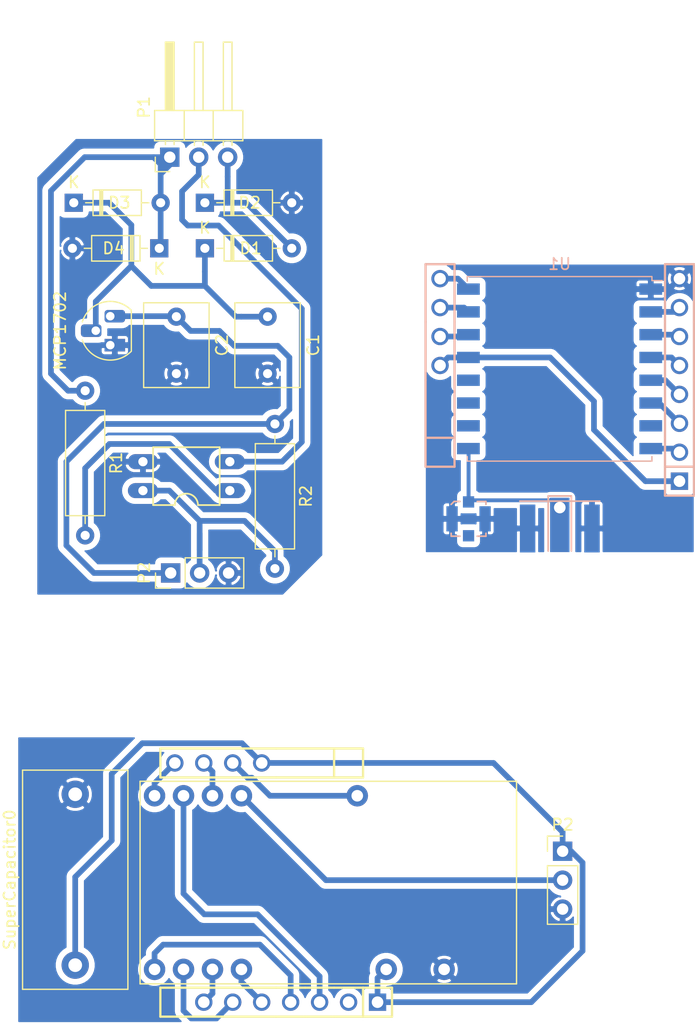
<source format=kicad_pcb>
(kicad_pcb (version 20171130) (host pcbnew "(5.1.9)-1")

  (general
    (thickness 1.6)
    (drawings 5)
    (tracks 151)
    (zones 0)
    (modules 23)
    (nets 40)
  )

  (page A4)
  (layers
    (0 F.Cu signal)
    (31 B.Cu signal)
    (32 B.Adhes user)
    (33 F.Adhes user)
    (34 B.Paste user hide)
    (35 F.Paste user hide)
    (36 B.SilkS user)
    (37 F.SilkS user)
    (38 B.Mask user)
    (39 F.Mask user hide)
    (40 Dwgs.User user)
    (41 Cmts.User user)
    (42 Eco1.User user)
    (43 Eco2.User user)
    (44 Edge.Cuts user)
    (45 Margin user)
    (46 B.CrtYd user hide)
    (47 F.CrtYd user hide)
    (48 B.Fab user)
    (49 F.Fab user hide)
  )

  (setup
    (last_trace_width 0.5)
    (user_trace_width 0.5)
    (user_trace_width 1)
    (trace_clearance 0.2)
    (zone_clearance 0.508)
    (zone_45_only no)
    (trace_min 0.2)
    (via_size 0.8)
    (via_drill 0.4)
    (via_min_size 0.4)
    (via_min_drill 0.3)
    (uvia_size 0.3)
    (uvia_drill 0.1)
    (uvias_allowed no)
    (uvia_min_size 0.2)
    (uvia_min_drill 0.1)
    (edge_width 0.05)
    (segment_width 0.2)
    (pcb_text_width 0.3)
    (pcb_text_size 1.5 1.5)
    (mod_edge_width 0.12)
    (mod_text_size 1 1)
    (mod_text_width 0.15)
    (pad_size 1.6 1.6)
    (pad_drill 0.8)
    (pad_to_mask_clearance 0)
    (aux_axis_origin 0 0)
    (visible_elements 7FFFFFFF)
    (pcbplotparams
      (layerselection 0x010fc_ffffffff)
      (usegerberextensions false)
      (usegerberattributes true)
      (usegerberadvancedattributes true)
      (creategerberjobfile true)
      (excludeedgelayer true)
      (linewidth 0.100000)
      (plotframeref false)
      (viasonmask false)
      (mode 1)
      (useauxorigin false)
      (hpglpennumber 1)
      (hpglpenspeed 20)
      (hpglpendiameter 15.000000)
      (psnegative false)
      (psa4output false)
      (plotreference true)
      (plotvalue true)
      (plotinvisibletext false)
      (padsonsilk false)
      (subtractmaskfromsilk false)
      (outputformat 1)
      (mirror false)
      (drillshape 1)
      (scaleselection 1)
      (outputdirectory ""))
  )

  (net 0 "")
  (net 1 "Net-(C1-Pad1)")
  (net 2 GNDREF)
  (net 3 Vcc)
  (net 4 A)
  (net 5 I2)
  (net 6 "Net-(Opto1-Pad1)")
  (net 7 InfoTIC)
  (net 8 I1)
  (net 9 MISO)
  (net 10 MOSI)
  (net 11 SCK)
  (net 12 NSS)
  (net 13 RST)
  (net 14 "Net-(U1-Pad7)")
  (net 15 "Net-(ATN1-Pad1)")
  (net 16 "Net-(U1-Pad11)")
  (net 17 "Net-(U1-Pad12)")
  (net 18 DIO0)
  (net 19 DIO1)
  (net 20 DIO2)
  (net 21 "Net-(U2-PadJP7_12)")
  (net 22 "Net-(U2-PadJP7_11)")
  (net 23 "Net-(U2-PadJP7_7)")
  (net 24 "Net-(U2-PadJP7_6)")
  (net 25 "Net-(U2-PadJP7_5)")
  (net 26 "Net-(U2-PadJP6_8)")
  (net 27 "Net-(U2-PadJP6_7)")
  (net 28 "Net-(U2-PadJP6_6)")
  (net 29 "Net-(U2-PadJP6_5)")
  (net 30 "Net-(U2-PadJP6_3)")
  (net 31 "Net-(U2-PadJP6_1)")
  (net 32 "Net-(U2-PadJP3_1)")
  (net 33 "Net-(U2-PadJP3_2)")
  (net 34 "Net-(U2-PadJP2_2)")
  (net 35 "Net-(U2-PadJP2_1)")
  (net 36 "Net-(U2-PadJP1_5)")
  (net 37 "Net-(U2-PadJP1_3)")
  (net 38 "Net-(U2-PadJP1_2)")
  (net 39 "Net-(U2-PadJP1_1)")

  (net_class Default "This is the default net class."
    (clearance 0.2)
    (trace_width 0.25)
    (via_dia 0.8)
    (via_drill 0.4)
    (uvia_dia 0.3)
    (uvia_drill 0.1)
    (add_net A)
    (add_net DIO0)
    (add_net DIO1)
    (add_net DIO2)
    (add_net GNDREF)
    (add_net I1)
    (add_net I2)
    (add_net InfoTIC)
    (add_net MISO)
    (add_net MOSI)
    (add_net NSS)
    (add_net "Net-(ATN1-Pad1)")
    (add_net "Net-(C1-Pad1)")
    (add_net "Net-(Opto1-Pad1)")
    (add_net "Net-(U1-Pad11)")
    (add_net "Net-(U1-Pad12)")
    (add_net "Net-(U1-Pad7)")
    (add_net "Net-(U2-PadJP1_1)")
    (add_net "Net-(U2-PadJP1_2)")
    (add_net "Net-(U2-PadJP1_3)")
    (add_net "Net-(U2-PadJP1_5)")
    (add_net "Net-(U2-PadJP2_1)")
    (add_net "Net-(U2-PadJP2_2)")
    (add_net "Net-(U2-PadJP3_1)")
    (add_net "Net-(U2-PadJP3_2)")
    (add_net "Net-(U2-PadJP6_1)")
    (add_net "Net-(U2-PadJP6_3)")
    (add_net "Net-(U2-PadJP6_5)")
    (add_net "Net-(U2-PadJP6_6)")
    (add_net "Net-(U2-PadJP6_7)")
    (add_net "Net-(U2-PadJP6_8)")
    (add_net "Net-(U2-PadJP7_11)")
    (add_net "Net-(U2-PadJP7_12)")
    (add_net "Net-(U2-PadJP7_5)")
    (add_net "Net-(U2-PadJP7_6)")
    (add_net "Net-(U2-PadJP7_7)")
    (add_net RST)
    (add_net SCK)
    (add_net Vcc)
  )

  (module Connector:SMA_EDGE (layer B.Cu) (tedit 6065BDBE) (tstamp 6065B42D)
    (at 112.001 92.767 90)
    (path /561309D6)
    (fp_text reference " " (at 1.143 -4.572) (layer B.SilkS) hide
      (effects (font (size 1.016 1.016) (thickness 0.2032)) (justify mirror))
    )
    (fp_text value SMA (at 2.1 -4.5 90) (layer B.Fab)
      (effects (font (size 1.016 1.016) (thickness 0.2032)) (justify mirror))
    )
    (fp_line (start 4.5 3.5) (end 4.5 -3.5) (layer B.SilkS) (width 0.15))
    (fp_line (start 0 3.5) (end 0 -3.5) (layer B.Fab) (width 0.127))
    (fp_line (start 0.2 3.8) (end 0.4 4.2) (layer B.Fab) (width 0.127))
    (fp_line (start 0.2 3.8) (end 0.7 4) (layer B.Fab) (width 0.127))
    (fp_line (start 0.2 3.8) (end 1.2 4.7) (layer B.Fab) (width 0.127))
    (fp_text user "PCB Edge" (at 3.1 5 90) (layer B.Fab) hide
      (effects (font (size 0.5 0.5) (thickness 0.1)) (justify mirror))
    )
    (pad "" connect rect (at 2.1 -2.825 90) (size 4.2 1.35) (layers B.Cu F.Mask))
    (pad "" connect rect (at 2.1 2.825 90) (size 4.2 1.35) (layers B.Cu F.Mask))
    (pad 2 connect rect (at 2.1 2.825 90) (size 4.199999 1.35) (layers B.Cu B.Mask)
      (net 2 GNDREF))
    (pad 3 connect rect (at 2.1 -2.825 90) (size 4.199999 1.35) (layers B.Cu B.Mask)
      (net 2 GNDREF))
    (pad 1 connect rect (at 1.9 0 90) (size 3.6 1.27) (layers B.Cu B.Mask))
    (model C:/Engineering/KiCAD_Libraries/3D/Connectors/RF/VRML/SMA_EDGE.wrl
      (at (xyz 0 0 0))
      (scale (xyz 1 1 1))
      (rotate (xyz 0 0 0))
    )
  )

  (module Passive:ANTENNA_HELICAL_RA (layer B.Cu) (tedit 602FE13C) (tstamp 6065B425)
    (at 112.001 88.83)
    (path /56130BF5)
    (fp_text reference " " (at 0 -1.778) (layer B.SilkS) hide
      (effects (font (size 1.016 1.016) (thickness 0.2032)) (justify mirror))
    )
    (fp_text value " " (at 0 -1.778) (layer B.SilkS) hide
      (effects (font (size 1.016 1.016) (thickness 0.2032)) (justify mirror))
    )
    (fp_line (start -1.016 -1.016) (end 1.016 -1.016) (layer B.SilkS) (width 0.15))
    (fp_line (start -1.016 3.81) (end -1.016 -1.016) (layer B.SilkS) (width 0.15))
    (fp_line (start 1.016 -1.016) (end 1.016 3.81) (layer B.SilkS) (width 0.15))
    (pad 1 thru_hole circle (at 0 0) (size 1.7018 1.7018) (drill 1.016) (layers *.Cu *.Mask))
    (pad 1 smd rect (at 0 1.524) (size 1.7018 4.7752) (layers B.Cu B.Mask))
    (model C:/Engineering/KiCAD_Libraries/3D/Discrete/Passive/Antenna/VRML/SW868-TH13.wrl_
      (at (xyz 0 0 0))
      (scale (xyz 1 1 1))
      (rotate (xyz 0 0 0))
    )
  )

  (module Connector:U.FL-R-SMT (layer B.Cu) (tedit 6065B4A7) (tstamp 6065B416)
    (at 104 89.8206)
    (path /561159A2)
    (attr smd)
    (fp_text reference " " (at 1.524 -2.5146) (layer B.SilkS) hide
      (effects (font (size 1.016 1.016) (thickness 0.2032)) (justify mirror))
    )
    (fp_text value u.FL (at 0 -3.81) (layer B.Fab) hide
      (effects (font (size 1.016 1.016) (thickness 0.2032)) (justify mirror))
    )
    (fp_line (start 0.762 1.524) (end 1.524 1.524) (layer B.SilkS) (width 0.15))
    (fp_line (start 0.762 -1.524) (end 1.524 -1.524) (layer B.SilkS) (width 0.15))
    (fp_line (start -1.524 1.524) (end -0.762 1.524) (layer B.SilkS) (width 0.15))
    (fp_line (start -1.524 -1.27) (end -1.27 -1.524) (layer B.SilkS) (width 0.15))
    (fp_line (start -1.27 -1.524) (end -0.762 -1.524) (layer B.SilkS) (width 0.15))
    (fp_line (start 1.524 1.524) (end 1.524 1.27) (layer B.SilkS) (width 0.15))
    (fp_line (start -1.524 1.524) (end -1.524 1.27) (layer B.SilkS) (width 0.15))
    (fp_line (start 1.524 -1.27) (end 1.524 -1.524) (layer B.SilkS) (width 0.15))
    (pad 1 smd rect (at 0 -1.4859) (size 0.9906 0.9906) (layers B.Cu B.Paste B.Mask))
    (pad 4 smd rect (at 1.4478 0) (size 0.9906 2.2098) (layers B.Cu B.Paste B.Mask)
      (net 2 GNDREF))
    (pad 2 smd rect (at -1.4478 0) (size 0.9906 2.2098) (layers B.Cu B.Paste B.Mask)
      (net 2 GNDREF))
    (pad 3 smd rect (at 0 1.4859) (size 0.9906 0.9906) (layers B.Cu B.Paste B.Mask))
    (model C:/Engineering/KiCAD_Libraries/3D/Connectors/RF/VRML/UFL-R-SMT.wrl_
      (at (xyz 0 0 0))
      (scale (xyz 1 1 1))
      (rotate (xyz 0 0 0))
    )
  )

  (module RF_Module:HOPERF_RFM9XW_SMD (layer B.Cu) (tedit 6065B89E) (tstamp 60656E8E)
    (at 111.984 76.654 180)
    (descr "Low Power Long Range Transceiver Module SMD-16 (https://www.hoperf.com/data/upload/portal/20181127/5bfcbea20e9ef.pdf)")
    (tags "LoRa Low Power Long Range Transceiver Module")
    (path /605FE905)
    (attr smd)
    (fp_text reference U1 (at 0 9.2) (layer B.SilkS)
      (effects (font (size 1 1) (thickness 0.15)) (justify mirror))
    )
    (fp_text value RFM95 (at 0 -9.5) (layer B.Fab)
      (effects (font (size 1 1) (thickness 0.15)) (justify mirror))
    )
    (fp_text user %R (at 0 0) (layer B.Fab)
      (effects (font (size 1 1) (thickness 0.15)) (justify mirror))
    )
    (fp_line (start -7 8) (end 8 8) (layer B.Fab) (width 0.1))
    (fp_line (start 8 -8) (end 8 8) (layer B.Fab) (width 0.1))
    (fp_line (start -8 -8) (end 8 -8) (layer B.Fab) (width 0.1))
    (fp_line (start -8 -8) (end -8 7) (layer B.Fab) (width 0.1))
    (fp_line (start -9.25 8.25) (end 9.25 8.25) (layer B.CrtYd) (width 0.05))
    (fp_line (start 9.25 8.25) (end 9.25 -8.25) (layer B.CrtYd) (width 0.05))
    (fp_line (start -9.25 -8.25) (end 9.25 -8.25) (layer B.CrtYd) (width 0.05))
    (fp_line (start -9.25 -8.25) (end -9.25 8.25) (layer B.CrtYd) (width 0.05))
    (fp_line (start -8.1 8.1) (end 8.1 8.1) (layer B.SilkS) (width 0.12))
    (fp_line (start 8.1 8.1) (end 8.1 7.7) (layer B.SilkS) (width 0.12))
    (fp_line (start -8.1 -7.7) (end -8.1 -8.1) (layer B.SilkS) (width 0.12))
    (fp_line (start -8.1 -8.1) (end 8.1 -8.1) (layer B.SilkS) (width 0.12))
    (fp_line (start 8.1 -8.1) (end 8.1 -7.7) (layer B.SilkS) (width 0.12))
    (fp_line (start -8.1 8.1) (end -8.1 7.75) (layer B.SilkS) (width 0.12))
    (fp_line (start -8.1 7.75) (end -9 7.75) (layer B.SilkS) (width 0.12))
    (fp_line (start -7 8) (end -8 7) (layer B.Fab) (width 0.1))
    (pad 16 smd rect (at 8 7 180) (size 2 1) (layers B.Cu B.Paste B.Mask))
    (pad 15 smd rect (at 8 5 180) (size 2 1) (layers B.Cu B.Paste B.Mask))
    (pad 14 smd rect (at 8 3 180) (size 2 1) (layers B.Cu B.Paste B.Mask))
    (pad 13 smd rect (at 8 1 180) (size 2 1) (layers B.Cu B.Paste B.Mask))
    (pad 12 smd rect (at 8 -1 180) (size 2 1) (layers B.Cu B.Paste B.Mask)
      (net 17 "Net-(U1-Pad12)"))
    (pad 11 smd rect (at 8 -3 180) (size 2 1) (layers B.Cu B.Paste B.Mask)
      (net 16 "Net-(U1-Pad11)"))
    (pad 10 smd rect (at 8 -5 180) (size 2 1) (layers B.Cu B.Paste B.Mask))
    (pad 9 smd rect (at 8 -7 180) (size 2 1) (layers B.Cu B.Paste B.Mask)
      (net 15 "Net-(ATN1-Pad1)"))
    (pad 8 smd rect (at -8 -7 180) (size 2 1) (layers B.Cu B.Paste B.Mask))
    (pad 7 smd rect (at -8 -5 180) (size 2 1) (layers B.Cu B.Paste B.Mask)
      (net 14 "Net-(U1-Pad7)"))
    (pad 6 smd rect (at -8 -3 180) (size 2 1) (layers B.Cu B.Paste B.Mask))
    (pad 5 smd rect (at -8 -1 180) (size 2 1) (layers B.Cu B.Paste B.Mask))
    (pad 4 smd rect (at -8 1 180) (size 2 1) (layers B.Cu B.Paste B.Mask))
    (pad 3 smd rect (at -8 3 180) (size 2 1) (layers B.Cu B.Paste B.Mask))
    (pad 2 smd rect (at -8 5 180) (size 2 1) (layers B.Cu B.Paste B.Mask))
    (pad 1 smd rect (at -8 7 180) (size 2 1) (layers B.Cu B.Paste B.Mask)
      (net 2 GNDREF))
    (model ${KISYS3DMOD}/RF_Module.3dshapes/HOPERF_RFM9XW_SMD.wrl
      (at (xyz 0 0 0))
      (scale (xyz 1 1 1))
      (rotate (xyz 0 0 0))
    )
  )

  (module PC814:DIL04 (layer F.Cu) (tedit 60227CC4) (tstamp 6065A1DF)
    (at 79.25 86.073 90)
    (descr "<b>Dual In Line Package</b>")
    (path /605E26C5)
    (fp_text reference Opto1 (at -3.55644 -0.50807 270) (layer F.SilkS) hide
      (effects (font (size 1.000126 1.000126) (thickness 0.015)))
    )
    (fp_text value PC814 (at 3.559965 -0.254275 270) (layer F.Fab)
      (effects (font (size 1.00111 1.00111) (thickness 0.015)))
    )
    (fp_line (start 2.54 -2.921) (end -2.54 -2.921) (layer F.SilkS) (width 0.1524))
    (fp_line (start -2.54 2.921) (end 2.54 2.921) (layer F.SilkS) (width 0.1524))
    (fp_line (start 2.54 -2.921) (end 2.54 2.921) (layer F.SilkS) (width 0.1524))
    (fp_line (start -2.54 -2.921) (end -2.54 -1.016) (layer F.SilkS) (width 0.1524))
    (fp_line (start -2.54 2.921) (end -2.54 1.016) (layer F.SilkS) (width 0.1524))
    (fp_arc (start -2.54 0) (end -2.54 1.016) (angle -180) (layer F.SilkS) (width 0.1524))
    (pad 1 thru_hole oval (at -1.27 3.81 90) (size 1.3208 2.6416) (drill 0.8128) (layers *.Cu *.Mask)
      (net 6 "Net-(Opto1-Pad1)"))
    (pad 2 thru_hole oval (at 1.27 3.81 90) (size 1.3208 2.6416) (drill 0.8128) (layers *.Cu *.Mask)
      (net 5 I2))
    (pad 3 thru_hole oval (at 1.27 -3.81 90) (size 1.3208 2.6416) (drill 0.8128) (layers *.Cu *.Mask)
      (net 2 GNDREF))
    (pad 4 thru_hole oval (at -1.27 -3.81 90) (size 1.3208 2.6416) (drill 0.8128) (layers *.Cu *.Mask)
      (net 7 InfoTIC))
  )

  (module Connector_PinHeader_2.54mm:PinHeader_1x03_P2.54mm_Vertical (layer F.Cu) (tedit 60658FD9) (tstamp 6065EA32)
    (at 112.25 119)
    (descr "Through hole straight pin header, 1x03, 2.54mm pitch, single row")
    (tags "Through hole pin header THT 1x03 2.54mm single row")
    (path /606D4E06)
    (fp_text reference P2 (at 0 -2.33) (layer F.SilkS)
      (effects (font (size 1 1) (thickness 0.15)))
    )
    (fp_text value HEADER_M_2.54MM_1R3P_ST_AU_PTH (at 0 7.41) (layer F.Fab)
      (effects (font (size 1 1) (thickness 0.15)))
    )
    (fp_line (start -0.635 -1.27) (end 1.27 -1.27) (layer F.Fab) (width 0.1))
    (fp_line (start 1.27 -1.27) (end 1.27 6.35) (layer F.Fab) (width 0.1))
    (fp_line (start 1.27 6.35) (end -1.27 6.35) (layer F.Fab) (width 0.1))
    (fp_line (start -1.27 6.35) (end -1.27 -0.635) (layer F.Fab) (width 0.1))
    (fp_line (start -1.27 -0.635) (end -0.635 -1.27) (layer F.Fab) (width 0.1))
    (fp_line (start -1.33 6.41) (end 1.33 6.41) (layer F.SilkS) (width 0.12))
    (fp_line (start -1.33 1.27) (end -1.33 6.41) (layer F.SilkS) (width 0.12))
    (fp_line (start 1.33 1.27) (end 1.33 6.41) (layer F.SilkS) (width 0.12))
    (fp_line (start -1.33 1.27) (end 1.33 1.27) (layer F.SilkS) (width 0.12))
    (fp_line (start -1.33 0) (end -1.33 -1.33) (layer F.SilkS) (width 0.12))
    (fp_line (start -1.33 -1.33) (end 0 -1.33) (layer F.SilkS) (width 0.12))
    (fp_line (start -1.8 -1.8) (end -1.8 6.85) (layer F.CrtYd) (width 0.05))
    (fp_line (start -1.8 6.85) (end 1.8 6.85) (layer F.CrtYd) (width 0.05))
    (fp_line (start 1.8 6.85) (end 1.8 -1.8) (layer F.CrtYd) (width 0.05))
    (fp_line (start 1.8 -1.8) (end -1.8 -1.8) (layer F.CrtYd) (width 0.05))
    (fp_text user %R (at 0 2.54 90) (layer F.Fab)
      (effects (font (size 1 1) (thickness 0.15)))
    )
    (pad 3 thru_hole oval (at 0 5.08) (size 1.7 1.7) (drill 1) (layers *.Cu *.Mask)
      (net 2 GNDREF))
    (pad 2 thru_hole oval (at 0 2.54) (size 1.7 1.7) (drill 1) (layers *.Cu *.Mask)
      (net 7 InfoTIC))
    (pad 1 thru_hole rect (at 0 0) (size 1.7 1.7) (drill 1) (layers *.Cu *.Mask)
      (net 3 Vcc))
    (model ${KISYS3DMOD}/Connector_PinHeader_2.54mm.3dshapes/PinHeader_1x03_P2.54mm_Vertical.wrl
      (at (xyz 0 0 0))
      (scale (xyz 1 1 1))
      (rotate (xyz 0 0 0))
    )
  )

  (module Header:HEADER_M_2.54MM_1R8P_ST_AU_PTH (layer B.Cu) (tedit 6065B85A) (tstamp 606590D2)
    (at 122.5 77.626 90)
    (tags Header)
    (path /6024B676)
    (fp_text reference " " (at 0 -2.286 -90) (layer B.SilkS) hide
      (effects (font (size 1.016 1.016) (thickness 0.127)) (justify mirror))
    )
    (fp_text value " " (at 0 2.159 -90) (layer B.SilkS) hide
      (effects (font (size 1.016 1.016) (thickness 0.127)) (justify mirror))
    )
    (fp_line (start 5.08 -1.27) (end 10.16 -1.27) (layer B.SilkS) (width 0.2032))
    (fp_line (start 5.08 1.27) (end 10.16 1.27) (layer B.SilkS) (width 0.2032))
    (fp_line (start 0 -1.27) (end 5.08 -1.27) (layer B.SilkS) (width 0.2032))
    (fp_line (start 0 1.27) (end 5.08 1.27) (layer B.SilkS) (width 0.2032))
    (fp_line (start -2.54 1.27) (end 0 1.27) (layer B.SilkS) (width 0.2032))
    (fp_line (start -2.54 -1.27) (end 0 -1.27) (layer B.SilkS) (width 0.2032))
    (fp_line (start -5.08 -1.27) (end -2.54 -1.27) (layer B.SilkS) (width 0.2032))
    (fp_line (start -5.08 1.27) (end -2.54 1.27) (layer B.SilkS) (width 0.2032))
    (fp_line (start 10.16 1.27) (end 10.16 -1.27) (layer B.SilkS) (width 0.2032))
    (fp_line (start -7.62 1.27) (end -5.08 1.27) (layer B.SilkS) (width 0.2032))
    (fp_line (start -7.62 -1.27) (end -5.08 -1.27) (layer B.SilkS) (width 0.2032))
    (fp_line (start -10.16 -1.27) (end -7.62 -1.27) (layer B.SilkS) (width 0.2032))
    (fp_line (start -10.16 1.27) (end -7.62 1.27) (layer B.SilkS) (width 0.2032))
    (fp_line (start -10.16 -1.27) (end -10.16 1.27) (layer B.SilkS) (width 0.2032))
    (fp_line (start -7.62 1.27) (end -7.62 -1.27) (layer B.SilkS) (width 0.2032))
    (pad 5 thru_hole circle (at 1.27 0 90) (size 1.524 1.524) (drill 1.016) (layers *.Cu *.Mask))
    (pad 8 thru_hole circle (at 8.89 0 90) (size 1.524 1.524) (drill 1.016) (layers *.Cu *.Mask)
      (net 2 GNDREF))
    (pad 7 thru_hole circle (at 6.35 0 90) (size 1.524 1.524) (drill 1.016) (layers *.Cu *.Mask))
    (pad 1 thru_hole rect (at -8.89 0 90) (size 1.524 1.524) (drill 1.016) (layers *.Cu *.Mask))
    (pad 2 thru_hole circle (at -6.35 0 90) (size 1.524 1.524) (drill 1.016) (layers *.Cu *.Mask))
    (pad 3 thru_hole circle (at -3.81 0 90) (size 1.524 1.524) (drill 1.016) (layers *.Cu *.Mask))
    (pad 4 thru_hole circle (at -1.27 0 90) (size 1.524 1.524) (drill 1.016) (layers *.Cu *.Mask))
    (pad 6 thru_hole circle (at 3.81 0 90) (size 1.524 1.524) (drill 1.016) (layers *.Cu *.Mask))
    (model C:/Engineering/KiCAD_Libraries/3D/Headers/VRML/HEADER_M_2.54MM_1R8P_ST_AU_PTH.wrl
      (at (xyz 0 0 0))
      (scale (xyz 1 1 1))
      (rotate (xyz 0 0 0))
    )
  )

  (module Header:HEADER_M_2.54MM_1R7P_ST_AU_PTH (layer B.Cu) (tedit 6065B7FE) (tstamp 606590BF)
    (at 101.5 76.356 90)
    (tags Header)
    (path /60249194)
    (fp_text reference " " (at 0 -2.54 -90) (layer B.SilkS) hide
      (effects (font (size 1.016 1.016) (thickness 0.127)) (justify mirror))
    )
    (fp_text value " " (at -0.762 20.193 -90) (layer B.SilkS) hide
      (effects (font (size 1.016 1.016) (thickness 0.127)) (justify mirror))
    )
    (fp_line (start 3.81 -1.27) (end 8.89 -1.27) (layer B.SilkS) (width 0.2032))
    (fp_line (start 3.81 1.27) (end 8.89 1.27) (layer B.SilkS) (width 0.2032))
    (fp_line (start -1.27 -1.27) (end 3.81 -1.27) (layer B.SilkS) (width 0.2032))
    (fp_line (start -1.27 1.27) (end 3.81 1.27) (layer B.SilkS) (width 0.2032))
    (fp_line (start -6.35 1.27) (end -6.35 -1.27) (layer B.SilkS) (width 0.2032))
    (fp_line (start -8.89 1.27) (end -8.89 -1.27) (layer B.SilkS) (width 0.2032))
    (fp_line (start -8.89 -1.27) (end -1.27 -1.27) (layer B.SilkS) (width 0.2032))
    (fp_line (start 8.89 -1.27) (end 8.89 1.27) (layer B.SilkS) (width 0.2032))
    (fp_line (start -1.27 1.27) (end -8.89 1.27) (layer B.SilkS) (width 0.2032))
    (pad 1 smd rect (at -7.62 0 90) (size 1.524 1.524) (layers B.Paste B.Mask))
    (pad 2 smd circle (at -5.08 0 90) (size 1.524 1.524) (layers B.Paste B.Mask))
    (pad 3 smd circle (at -2.54 0 90) (size 1.524 1.524) (layers B.Paste B.Mask))
    (pad 5 thru_hole circle (at 2.54 0 90) (size 1.524 1.524) (drill 1.016) (layers *.Cu *.Mask))
    (pad 4 thru_hole circle (at 0 0 90) (size 1.524 1.524) (drill 1.016) (layers *.Cu *.Mask))
    (pad 6 thru_hole circle (at 5.08 0 90) (size 1.524 1.524) (drill 1.016) (layers *.Cu *.Mask))
    (pad 7 thru_hole circle (at 7.62 0 90) (size 1.524 1.524) (drill 1.016) (layers *.Cu *.Mask))
    (model C:/Engineering/KiCAD_Libraries/3D/Headers/VRML/HEADER_M_2.54MM_1R7P_ST_AU_PTH.wrl
      (at (xyz 0 0 0))
      (scale (xyz 1 1 1))
      (rotate (xyz 0 0 0))
    )
  )

  (module Resistor_THT:R_Axial_DIN0309_L9.0mm_D3.2mm_P12.70mm_Horizontal (layer F.Cu) (tedit 6065BE67) (tstamp 6065F8AA)
    (at 87.016 81.492 270)
    (descr "Resistor, Axial_DIN0309 series, Axial, Horizontal, pin pitch=12.7mm, 0.5W = 1/2W, length*diameter=9*3.2mm^2, http://cdn-reichelt.de/documents/datenblatt/B400/1_4W%23YAG.pdf")
    (tags "Resistor Axial_DIN0309 series Axial Horizontal pin pitch 12.7mm 0.5W = 1/2W length 9mm diameter 3.2mm")
    (path /605E9F49)
    (fp_text reference R2 (at 6.35 -2.72 90) (layer F.SilkS)
      (effects (font (size 1 1) (thickness 0.15)))
    )
    (fp_text value 3.3K (at 6.35 2.72 90) (layer F.Fab)
      (effects (font (size 1 1) (thickness 0.15)))
    )
    (fp_line (start 13.75 -1.85) (end -1.05 -1.85) (layer F.CrtYd) (width 0.05))
    (fp_line (start 13.75 1.85) (end 13.75 -1.85) (layer F.CrtYd) (width 0.05))
    (fp_line (start -1.05 1.85) (end 13.75 1.85) (layer F.CrtYd) (width 0.05))
    (fp_line (start -1.05 -1.85) (end -1.05 1.85) (layer F.CrtYd) (width 0.05))
    (fp_line (start 11.66 0) (end 10.97 0) (layer F.SilkS) (width 0.12))
    (fp_line (start 1.04 0) (end 1.73 0) (layer F.SilkS) (width 0.12))
    (fp_line (start 10.97 -1.72) (end 1.73 -1.72) (layer F.SilkS) (width 0.12))
    (fp_line (start 10.97 1.72) (end 10.97 -1.72) (layer F.SilkS) (width 0.12))
    (fp_line (start 1.73 1.72) (end 10.97 1.72) (layer F.SilkS) (width 0.12))
    (fp_line (start 1.73 -1.72) (end 1.73 1.72) (layer F.SilkS) (width 0.12))
    (fp_line (start 12.7 0) (end 10.85 0) (layer F.Fab) (width 0.1))
    (fp_line (start 0 0) (end 1.85 0) (layer F.Fab) (width 0.1))
    (fp_line (start 10.85 -1.6) (end 1.85 -1.6) (layer F.Fab) (width 0.1))
    (fp_line (start 10.85 1.6) (end 10.85 -1.6) (layer F.Fab) (width 0.1))
    (fp_line (start 1.85 1.6) (end 10.85 1.6) (layer F.Fab) (width 0.1))
    (fp_line (start 1.85 -1.6) (end 1.85 1.6) (layer F.Fab) (width 0.1))
    (fp_text user %R (at 6.35 0 90) (layer F.Fab)
      (effects (font (size 1 1) (thickness 0.15)))
    )
    (pad 2 thru_hole oval (at 12.7 0 270) (size 1.6 1.6) (drill 0.8) (layers *.Cu *.Mask)
      (net 7 InfoTIC))
    (pad 1 thru_hole circle (at 0 0 270) (size 1.6 1.6) (drill 0.8) (layers *.Cu *.Mask)
      (net 3 Vcc))
    (model ${KISYS3DMOD}/Resistor_THT.3dshapes/R_Axial_DIN0309_L9.0mm_D3.2mm_P12.70mm_Horizontal.wrl
      (at (xyz 0 0 0))
      (scale (xyz 1 1 1))
      (rotate (xyz 0 0 0))
    )
  )

  (module Header:HEADER_M_2.54MM_1R7P_ST_AU_PTH (layer F.Cu) (tedit 6065AE1E) (tstamp 6065EB37)
    (at 85.856 111.25 180)
    (tags Header)
    (path /60249194)
    (fp_text reference " " (at 0 2.54) (layer F.SilkS) hide
      (effects (font (size 1.016 1.016) (thickness 0.127)))
    )
    (fp_text value " " (at -0.762 -20.193) (layer F.SilkS) hide
      (effects (font (size 1.016 1.016) (thickness 0.127)))
    )
    (fp_line (start 3.81 1.27) (end 8.89 1.27) (layer F.SilkS) (width 0.2032))
    (fp_line (start 3.81 -1.27) (end 8.89 -1.27) (layer F.SilkS) (width 0.2032))
    (fp_line (start -1.27 1.27) (end 3.81 1.27) (layer F.SilkS) (width 0.2032))
    (fp_line (start -1.27 -1.27) (end 3.81 -1.27) (layer F.SilkS) (width 0.2032))
    (fp_line (start -6.35 -1.27) (end -6.35 1.27) (layer F.SilkS) (width 0.2032))
    (fp_line (start -8.89 -1.27) (end -8.89 1.27) (layer F.SilkS) (width 0.2032))
    (fp_line (start -8.89 1.27) (end -1.27 1.27) (layer F.SilkS) (width 0.2032))
    (fp_line (start 8.89 1.27) (end 8.89 -1.27) (layer F.SilkS) (width 0.2032))
    (fp_line (start -1.27 -1.27) (end -8.89 -1.27) (layer F.SilkS) (width 0.2032))
    (pad 7 thru_hole circle (at 7.62 0 180) (size 1.524 1.524) (drill 1.016) (layers *.Cu *.Mask)
      (net 20 DIO2))
    (pad 6 thru_hole circle (at 5.08 0 180) (size 1.524 1.524) (drill 1.016) (layers *.Cu *.Mask)
      (net 19 DIO1))
    (pad 4 thru_hole circle (at 0 0 180) (size 1.524 1.524) (drill 1.016) (layers *.Cu *.Mask)
      (net 3 Vcc))
    (pad 5 thru_hole circle (at 2.54 0 180) (size 1.524 1.524) (drill 1.016) (layers *.Cu *.Mask)
      (net 18 DIO0))
    (pad 3 smd circle (at -2.54 0 180) (size 1.524 1.524) (layers F.Paste F.Mask))
    (pad 2 smd circle (at -5.08 0 180) (size 1.524 1.524) (layers F.Paste F.Mask))
    (pad 1 smd rect (at -7.62 0 180) (size 1.524 1.524) (layers F.Paste F.Mask))
    (model C:/Engineering/KiCAD_Libraries/3D/Headers/VRML/HEADER_M_2.54MM_1R7P_ST_AU_PTH.wrl
      (at (xyz 0 0 0))
      (scale (xyz 1 1 1))
      (rotate (xyz 0 0 0))
    )
  )

  (module Header:HEADER_M_2.54MM_1R8P_ST_AU_PTH (layer F.Cu) (tedit 6065B8B9) (tstamp 6065EAF0)
    (at 87.126 132.25 180)
    (tags Header)
    (path /6024B676)
    (fp_text reference " " (at 0 2.286) (layer F.SilkS) hide
      (effects (font (size 1.016 1.016) (thickness 0.127)))
    )
    (fp_text value " " (at 0 -2.159) (layer F.SilkS) hide
      (effects (font (size 1.016 1.016) (thickness 0.127)))
    )
    (fp_line (start 5.08 1.27) (end 10.16 1.27) (layer F.SilkS) (width 0.2032))
    (fp_line (start 5.08 -1.27) (end 10.16 -1.27) (layer F.SilkS) (width 0.2032))
    (fp_line (start 0 1.27) (end 5.08 1.27) (layer F.SilkS) (width 0.2032))
    (fp_line (start 0 -1.27) (end 5.08 -1.27) (layer F.SilkS) (width 0.2032))
    (fp_line (start -2.54 -1.27) (end 0 -1.27) (layer F.SilkS) (width 0.2032))
    (fp_line (start -2.54 1.27) (end 0 1.27) (layer F.SilkS) (width 0.2032))
    (fp_line (start -5.08 1.27) (end -2.54 1.27) (layer F.SilkS) (width 0.2032))
    (fp_line (start -5.08 -1.27) (end -2.54 -1.27) (layer F.SilkS) (width 0.2032))
    (fp_line (start 10.16 -1.27) (end 10.16 1.27) (layer F.SilkS) (width 0.2032))
    (fp_line (start -7.62 -1.27) (end -5.08 -1.27) (layer F.SilkS) (width 0.2032))
    (fp_line (start -7.62 1.27) (end -5.08 1.27) (layer F.SilkS) (width 0.2032))
    (fp_line (start -10.16 1.27) (end -7.62 1.27) (layer F.SilkS) (width 0.2032))
    (fp_line (start -10.16 -1.27) (end -7.62 -1.27) (layer F.SilkS) (width 0.2032))
    (fp_line (start -10.16 1.27) (end -10.16 -1.27) (layer F.SilkS) (width 0.2032))
    (fp_line (start -7.62 -1.27) (end -7.62 1.27) (layer F.SilkS) (width 0.2032))
    (pad 6 thru_hole circle (at 3.81 0 180) (size 1.524 1.524) (drill 1.016) (layers *.Cu *.Mask)
      (net 10 MOSI))
    (pad 4 thru_hole circle (at -1.27 0 180) (size 1.524 1.524) (drill 1.016) (layers *.Cu *.Mask)
      (net 12 NSS))
    (pad 3 thru_hole circle (at -3.81 0 180) (size 1.524 1.524) (drill 1.016) (layers *.Cu *.Mask)
      (net 13 RST))
    (pad 2 thru_hole circle (at -6.35 0 180) (size 1.524 1.524) (drill 1.016) (layers *.Cu *.Mask))
    (pad 1 thru_hole rect (at -8.89 0 180) (size 1.524 1.524) (drill 1.016) (layers *.Cu *.Mask)
      (net 3 Vcc))
    (pad 7 thru_hole circle (at 6.35 0 180) (size 1.524 1.524) (drill 1.016) (layers *.Cu *.Mask)
      (net 9 MISO))
    (pad 8 smd circle (at 8.89 0 180) (size 1.524 1.524) (layers F.Paste F.Mask))
    (pad 5 thru_hole circle (at 1.27 0 180) (size 1.524 1.524) (drill 1.016) (layers *.Cu *.Mask)
      (net 11 SCK))
    (model C:/Engineering/KiCAD_Libraries/3D/Headers/VRML/HEADER_M_2.54MM_1R8P_ST_AU_PTH.wrl
      (at (xyz 0 0 0))
      (scale (xyz 1 1 1))
      (rotate (xyz 0 0 0))
    )
  )

  (module Capacitor_THT:C_Rect_L7.2mm_W5.5mm_P5.00mm_FKS2_FKP2_MKS2_MKP2 (layer F.Cu) (tedit 5AE50EF0) (tstamp 6065FA5F)
    (at 78.372 72.073 270)
    (descr "C, Rect series, Radial, pin pitch=5.00mm, , length*width=7.2*5.5mm^2, Capacitor, http://www.wima.com/EN/WIMA_FKS_2.pdf")
    (tags "C Rect series Radial pin pitch 5.00mm  length 7.2mm width 5.5mm Capacitor")
    (path /605F8543)
    (fp_text reference C2 (at 2.5 -4 90) (layer F.SilkS)
      (effects (font (size 1 1) (thickness 0.15)))
    )
    (fp_text value 1uF (at 2.5 4 90) (layer F.Fab) hide
      (effects (font (size 1 1) (thickness 0.15)))
    )
    (fp_line (start 6.35 -3) (end -1.35 -3) (layer F.CrtYd) (width 0.05))
    (fp_line (start 6.35 3) (end 6.35 -3) (layer F.CrtYd) (width 0.05))
    (fp_line (start -1.35 3) (end 6.35 3) (layer F.CrtYd) (width 0.05))
    (fp_line (start -1.35 -3) (end -1.35 3) (layer F.CrtYd) (width 0.05))
    (fp_line (start 6.22 -2.87) (end 6.22 2.87) (layer F.SilkS) (width 0.12))
    (fp_line (start -1.22 -2.87) (end -1.22 2.87) (layer F.SilkS) (width 0.12))
    (fp_line (start -1.22 2.87) (end 6.22 2.87) (layer F.SilkS) (width 0.12))
    (fp_line (start -1.22 -2.87) (end 6.22 -2.87) (layer F.SilkS) (width 0.12))
    (fp_line (start 6.1 -2.75) (end -1.1 -2.75) (layer F.Fab) (width 0.1))
    (fp_line (start 6.1 2.75) (end 6.1 -2.75) (layer F.Fab) (width 0.1))
    (fp_line (start -1.1 2.75) (end 6.1 2.75) (layer F.Fab) (width 0.1))
    (fp_line (start -1.1 -2.75) (end -1.1 2.75) (layer F.Fab) (width 0.1))
    (fp_text user %R (at 2.5 0 90) (layer F.Fab)
      (effects (font (size 1 1) (thickness 0.15)))
    )
    (pad 2 thru_hole circle (at 5 0 270) (size 1.6 1.6) (drill 0.8) (layers *.Cu *.Mask)
      (net 2 GNDREF))
    (pad 1 thru_hole circle (at 0 0 270) (size 1.6 1.6) (drill 0.8) (layers *.Cu *.Mask)
      (net 3 Vcc))
    (model ${KISYS3DMOD}/Capacitor_THT.3dshapes/C_Rect_L7.2mm_W5.5mm_P5.00mm_FKS2_FKP2_MKS2_MKP2.wrl
      (at (xyz 0 0 0))
      (scale (xyz 1 1 1))
      (rotate (xyz 0 0 0))
    )
  )

  (module Capacitor_THT:C_Rect_L7.2mm_W5.5mm_P5.00mm_FKS2_FKP2_MKS2_MKP2 (layer F.Cu) (tedit 5AE50EF0) (tstamp 6065F975)
    (at 86.372 72.073 270)
    (descr "C, Rect series, Radial, pin pitch=5.00mm, , length*width=7.2*5.5mm^2, Capacitor, http://www.wima.com/EN/WIMA_FKS_2.pdf")
    (tags "C Rect series Radial pin pitch 5.00mm  length 7.2mm width 5.5mm Capacitor")
    (path /605F7B07)
    (fp_text reference C1 (at 2.5 -4 90) (layer F.SilkS)
      (effects (font (size 1 1) (thickness 0.15)))
    )
    (fp_text value 1uF (at 2.5 4 90) (layer F.Fab)
      (effects (font (size 1 1) (thickness 0.15)))
    )
    (fp_line (start -1.1 -2.75) (end -1.1 2.75) (layer F.Fab) (width 0.1))
    (fp_line (start -1.1 2.75) (end 6.1 2.75) (layer F.Fab) (width 0.1))
    (fp_line (start 6.1 2.75) (end 6.1 -2.75) (layer F.Fab) (width 0.1))
    (fp_line (start 6.1 -2.75) (end -1.1 -2.75) (layer F.Fab) (width 0.1))
    (fp_line (start -1.22 -2.87) (end 6.22 -2.87) (layer F.SilkS) (width 0.12))
    (fp_line (start -1.22 2.87) (end 6.22 2.87) (layer F.SilkS) (width 0.12))
    (fp_line (start -1.22 -2.87) (end -1.22 2.87) (layer F.SilkS) (width 0.12))
    (fp_line (start 6.22 -2.87) (end 6.22 2.87) (layer F.SilkS) (width 0.12))
    (fp_line (start -1.35 -3) (end -1.35 3) (layer F.CrtYd) (width 0.05))
    (fp_line (start -1.35 3) (end 6.35 3) (layer F.CrtYd) (width 0.05))
    (fp_line (start 6.35 3) (end 6.35 -3) (layer F.CrtYd) (width 0.05))
    (fp_line (start 6.35 -3) (end -1.35 -3) (layer F.CrtYd) (width 0.05))
    (fp_text user %R (at 2.5 0 90) (layer F.Fab)
      (effects (font (size 1 1) (thickness 0.15)))
    )
    (pad 1 thru_hole circle (at 0 0 270) (size 1.6 1.6) (drill 0.8) (layers *.Cu *.Mask)
      (net 1 "Net-(C1-Pad1)"))
    (pad 2 thru_hole circle (at 5 0 270) (size 1.6 1.6) (drill 0.8) (layers *.Cu *.Mask)
      (net 2 GNDREF))
    (model ${KISYS3DMOD}/Capacitor_THT.3dshapes/C_Rect_L7.2mm_W5.5mm_P5.00mm_FKS2_FKP2_MKS2_MKP2.wrl
      (at (xyz 0 0 0))
      (scale (xyz 1 1 1))
      (rotate (xyz 0 0 0))
    )
  )

  (module Diode_THT:D_DO-35_SOD27_P7.62mm_Horizontal (layer F.Cu) (tedit 5AE50CD5) (tstamp 6065F8F4)
    (at 80.872 66.073)
    (descr "Diode, DO-35_SOD27 series, Axial, Horizontal, pin pitch=7.62mm, , length*diameter=4*2mm^2, , http://www.diodes.com/_files/packages/DO-35.pdf")
    (tags "Diode DO-35_SOD27 series Axial Horizontal pin pitch 7.62mm  length 4mm diameter 2mm")
    (path /605EA9E7)
    (fp_text reference D1 (at 4.0225 0) (layer F.SilkS)
      (effects (font (size 1 1) (thickness 0.15)))
    )
    (fp_text value 1N4148 (at 3.81 2.12) (layer F.Fab)
      (effects (font (size 1 1) (thickness 0.15)))
    )
    (fp_line (start 8.67 -1.25) (end -1.05 -1.25) (layer F.CrtYd) (width 0.05))
    (fp_line (start 8.67 1.25) (end 8.67 -1.25) (layer F.CrtYd) (width 0.05))
    (fp_line (start -1.05 1.25) (end 8.67 1.25) (layer F.CrtYd) (width 0.05))
    (fp_line (start -1.05 -1.25) (end -1.05 1.25) (layer F.CrtYd) (width 0.05))
    (fp_line (start 2.29 -1.12) (end 2.29 1.12) (layer F.SilkS) (width 0.12))
    (fp_line (start 2.53 -1.12) (end 2.53 1.12) (layer F.SilkS) (width 0.12))
    (fp_line (start 2.41 -1.12) (end 2.41 1.12) (layer F.SilkS) (width 0.12))
    (fp_line (start 6.58 0) (end 5.93 0) (layer F.SilkS) (width 0.12))
    (fp_line (start 1.04 0) (end 1.69 0) (layer F.SilkS) (width 0.12))
    (fp_line (start 5.93 -1.12) (end 1.69 -1.12) (layer F.SilkS) (width 0.12))
    (fp_line (start 5.93 1.12) (end 5.93 -1.12) (layer F.SilkS) (width 0.12))
    (fp_line (start 1.69 1.12) (end 5.93 1.12) (layer F.SilkS) (width 0.12))
    (fp_line (start 1.69 -1.12) (end 1.69 1.12) (layer F.SilkS) (width 0.12))
    (fp_line (start 2.31 -1) (end 2.31 1) (layer F.Fab) (width 0.1))
    (fp_line (start 2.51 -1) (end 2.51 1) (layer F.Fab) (width 0.1))
    (fp_line (start 2.41 -1) (end 2.41 1) (layer F.Fab) (width 0.1))
    (fp_line (start 7.62 0) (end 5.81 0) (layer F.Fab) (width 0.1))
    (fp_line (start 0 0) (end 1.81 0) (layer F.Fab) (width 0.1))
    (fp_line (start 5.81 -1) (end 1.81 -1) (layer F.Fab) (width 0.1))
    (fp_line (start 5.81 1) (end 5.81 -1) (layer F.Fab) (width 0.1))
    (fp_line (start 1.81 1) (end 5.81 1) (layer F.Fab) (width 0.1))
    (fp_line (start 1.81 -1) (end 1.81 1) (layer F.Fab) (width 0.1))
    (fp_text user K (at 0 -1.8) (layer F.SilkS)
      (effects (font (size 1 1) (thickness 0.15)))
    )
    (fp_text user K (at 0 -1.8) (layer F.Fab)
      (effects (font (size 1 1) (thickness 0.15)))
    )
    (fp_text user %R (at 4.11 0) (layer F.Fab)
      (effects (font (size 0.8 0.8) (thickness 0.12)))
    )
    (pad 2 thru_hole oval (at 7.62 0) (size 1.6 1.6) (drill 0.8) (layers *.Cu *.Mask)
      (net 4 A))
    (pad 1 thru_hole rect (at 0 0) (size 1.6 1.6) (drill 0.8) (layers *.Cu *.Mask)
      (net 1 "Net-(C1-Pad1)"))
    (model ${KISYS3DMOD}/Diode_THT.3dshapes/D_DO-35_SOD27_P7.62mm_Horizontal.wrl
      (at (xyz 0 0 0))
      (scale (xyz 1 1 1))
      (rotate (xyz 0 0 0))
    )
  )

  (module Diode_THT:D_DO-35_SOD27_P7.62mm_Horizontal (layer F.Cu) (tedit 5AE50CD5) (tstamp 6065F858)
    (at 80.872 62.073)
    (descr "Diode, DO-35_SOD27 series, Axial, Horizontal, pin pitch=7.62mm, , length*diameter=4*2mm^2, , http://www.diodes.com/_files/packages/DO-35.pdf")
    (tags "Diode DO-35_SOD27 series Axial Horizontal pin pitch 7.62mm  length 4mm diameter 2mm")
    (path /605EC4EF)
    (fp_text reference D2 (at 3.9285 0) (layer F.SilkS)
      (effects (font (size 1 1) (thickness 0.15)))
    )
    (fp_text value 1N4148 (at 3.81 2.12) (layer F.Fab)
      (effects (font (size 1 1) (thickness 0.15)))
    )
    (fp_line (start 1.81 -1) (end 1.81 1) (layer F.Fab) (width 0.1))
    (fp_line (start 1.81 1) (end 5.81 1) (layer F.Fab) (width 0.1))
    (fp_line (start 5.81 1) (end 5.81 -1) (layer F.Fab) (width 0.1))
    (fp_line (start 5.81 -1) (end 1.81 -1) (layer F.Fab) (width 0.1))
    (fp_line (start 0 0) (end 1.81 0) (layer F.Fab) (width 0.1))
    (fp_line (start 7.62 0) (end 5.81 0) (layer F.Fab) (width 0.1))
    (fp_line (start 2.41 -1) (end 2.41 1) (layer F.Fab) (width 0.1))
    (fp_line (start 2.51 -1) (end 2.51 1) (layer F.Fab) (width 0.1))
    (fp_line (start 2.31 -1) (end 2.31 1) (layer F.Fab) (width 0.1))
    (fp_line (start 1.69 -1.12) (end 1.69 1.12) (layer F.SilkS) (width 0.12))
    (fp_line (start 1.69 1.12) (end 5.93 1.12) (layer F.SilkS) (width 0.12))
    (fp_line (start 5.93 1.12) (end 5.93 -1.12) (layer F.SilkS) (width 0.12))
    (fp_line (start 5.93 -1.12) (end 1.69 -1.12) (layer F.SilkS) (width 0.12))
    (fp_line (start 1.04 0) (end 1.69 0) (layer F.SilkS) (width 0.12))
    (fp_line (start 6.58 0) (end 5.93 0) (layer F.SilkS) (width 0.12))
    (fp_line (start 2.41 -1.12) (end 2.41 1.12) (layer F.SilkS) (width 0.12))
    (fp_line (start 2.53 -1.12) (end 2.53 1.12) (layer F.SilkS) (width 0.12))
    (fp_line (start 2.29 -1.12) (end 2.29 1.12) (layer F.SilkS) (width 0.12))
    (fp_line (start -1.05 -1.25) (end -1.05 1.25) (layer F.CrtYd) (width 0.05))
    (fp_line (start -1.05 1.25) (end 8.67 1.25) (layer F.CrtYd) (width 0.05))
    (fp_line (start 8.67 1.25) (end 8.67 -1.25) (layer F.CrtYd) (width 0.05))
    (fp_line (start 8.67 -1.25) (end -1.05 -1.25) (layer F.CrtYd) (width 0.05))
    (fp_text user %R (at 4.11 0 180) (layer F.Fab)
      (effects (font (size 0.8 0.8) (thickness 0.12)))
    )
    (fp_text user K (at 0 -1.8) (layer F.Fab)
      (effects (font (size 1 1) (thickness 0.15)))
    )
    (fp_text user K (at 0 -1.8) (layer F.SilkS)
      (effects (font (size 1 1) (thickness 0.15)))
    )
    (pad 1 thru_hole rect (at 0 0) (size 1.6 1.6) (drill 0.8) (layers *.Cu *.Mask)
      (net 4 A))
    (pad 2 thru_hole oval (at 7.62 0) (size 1.6 1.6) (drill 0.8) (layers *.Cu *.Mask)
      (net 2 GNDREF))
    (model ${KISYS3DMOD}/Diode_THT.3dshapes/D_DO-35_SOD27_P7.62mm_Horizontal.wrl
      (at (xyz 0 0 0))
      (scale (xyz 1 1 1))
      (rotate (xyz 0 0 0))
    )
  )

  (module Diode_THT:D_DO-35_SOD27_P7.62mm_Horizontal (layer F.Cu) (tedit 5AE50CD5) (tstamp 6065F9B7)
    (at 69.372 62.073)
    (descr "Diode, DO-35_SOD27 series, Axial, Horizontal, pin pitch=7.62mm, , length*diameter=4*2mm^2, , http://www.diodes.com/_files/packages/DO-35.pdf")
    (tags "Diode DO-35_SOD27 series Axial Horizontal pin pitch 7.62mm  length 4mm diameter 2mm")
    (path /6062B97F)
    (fp_text reference D3 (at 4 0) (layer F.SilkS)
      (effects (font (size 1 1) (thickness 0.15)))
    )
    (fp_text value 1N4148 (at 3.81 2.12) (layer F.Fab)
      (effects (font (size 1 1) (thickness 0.15)))
    )
    (fp_line (start 8.67 -1.25) (end -1.05 -1.25) (layer F.CrtYd) (width 0.05))
    (fp_line (start 8.67 1.25) (end 8.67 -1.25) (layer F.CrtYd) (width 0.05))
    (fp_line (start -1.05 1.25) (end 8.67 1.25) (layer F.CrtYd) (width 0.05))
    (fp_line (start -1.05 -1.25) (end -1.05 1.25) (layer F.CrtYd) (width 0.05))
    (fp_line (start 2.29 -1.12) (end 2.29 1.12) (layer F.SilkS) (width 0.12))
    (fp_line (start 2.53 -1.12) (end 2.53 1.12) (layer F.SilkS) (width 0.12))
    (fp_line (start 2.41 -1.12) (end 2.41 1.12) (layer F.SilkS) (width 0.12))
    (fp_line (start 6.58 0) (end 5.93 0) (layer F.SilkS) (width 0.12))
    (fp_line (start 1.04 0) (end 1.69 0) (layer F.SilkS) (width 0.12))
    (fp_line (start 5.93 -1.12) (end 1.69 -1.12) (layer F.SilkS) (width 0.12))
    (fp_line (start 5.93 1.12) (end 5.93 -1.12) (layer F.SilkS) (width 0.12))
    (fp_line (start 1.69 1.12) (end 5.93 1.12) (layer F.SilkS) (width 0.12))
    (fp_line (start 1.69 -1.12) (end 1.69 1.12) (layer F.SilkS) (width 0.12))
    (fp_line (start 2.31 -1) (end 2.31 1) (layer F.Fab) (width 0.1))
    (fp_line (start 2.51 -1) (end 2.51 1) (layer F.Fab) (width 0.1))
    (fp_line (start 2.41 -1) (end 2.41 1) (layer F.Fab) (width 0.1))
    (fp_line (start 7.62 0) (end 5.81 0) (layer F.Fab) (width 0.1))
    (fp_line (start 0 0) (end 1.81 0) (layer F.Fab) (width 0.1))
    (fp_line (start 5.81 -1) (end 1.81 -1) (layer F.Fab) (width 0.1))
    (fp_line (start 5.81 1) (end 5.81 -1) (layer F.Fab) (width 0.1))
    (fp_line (start 1.81 1) (end 5.81 1) (layer F.Fab) (width 0.1))
    (fp_line (start 1.81 -1) (end 1.81 1) (layer F.Fab) (width 0.1))
    (fp_text user K (at 0 -1.8) (layer F.SilkS)
      (effects (font (size 1 1) (thickness 0.15)))
    )
    (fp_text user K (at 0 -1.8) (layer F.Fab)
      (effects (font (size 1 1) (thickness 0.15)))
    )
    (fp_text user %R (at 4.11 0) (layer F.Fab)
      (effects (font (size 0.8 0.8) (thickness 0.12)))
    )
    (pad 2 thru_hole oval (at 7.62 0) (size 1.6 1.6) (drill 0.8) (layers *.Cu *.Mask)
      (net 8 I1))
    (pad 1 thru_hole rect (at 0 0) (size 1.6 1.6) (drill 0.8) (layers *.Cu *.Mask)
      (net 1 "Net-(C1-Pad1)"))
    (model ${KISYS3DMOD}/Diode_THT.3dshapes/D_DO-35_SOD27_P7.62mm_Horizontal.wrl
      (at (xyz 0 0 0))
      (scale (xyz 1 1 1))
      (rotate (xyz 0 0 0))
    )
  )

  (module Diode_THT:D_DO-35_SOD27_P7.62mm_Horizontal (layer F.Cu) (tedit 5AE50CD5) (tstamp 6065FA11)
    (at 76.872 66.073 180)
    (descr "Diode, DO-35_SOD27 series, Axial, Horizontal, pin pitch=7.62mm, , length*diameter=4*2mm^2, , http://www.diodes.com/_files/packages/DO-35.pdf")
    (tags "Diode DO-35_SOD27 series Axial Horizontal pin pitch 7.62mm  length 4mm diameter 2mm")
    (path /6062B979)
    (fp_text reference D4 (at 4 0) (layer F.SilkS)
      (effects (font (size 1 1) (thickness 0.15)))
    )
    (fp_text value 1N4148 (at 3.81 2.12) (layer F.Fab)
      (effects (font (size 1 1) (thickness 0.15)))
    )
    (fp_line (start 1.81 -1) (end 1.81 1) (layer F.Fab) (width 0.1))
    (fp_line (start 1.81 1) (end 5.81 1) (layer F.Fab) (width 0.1))
    (fp_line (start 5.81 1) (end 5.81 -1) (layer F.Fab) (width 0.1))
    (fp_line (start 5.81 -1) (end 1.81 -1) (layer F.Fab) (width 0.1))
    (fp_line (start 0 0) (end 1.81 0) (layer F.Fab) (width 0.1))
    (fp_line (start 7.62 0) (end 5.81 0) (layer F.Fab) (width 0.1))
    (fp_line (start 2.41 -1) (end 2.41 1) (layer F.Fab) (width 0.1))
    (fp_line (start 2.51 -1) (end 2.51 1) (layer F.Fab) (width 0.1))
    (fp_line (start 2.31 -1) (end 2.31 1) (layer F.Fab) (width 0.1))
    (fp_line (start 1.69 -1.12) (end 1.69 1.12) (layer F.SilkS) (width 0.12))
    (fp_line (start 1.69 1.12) (end 5.93 1.12) (layer F.SilkS) (width 0.12))
    (fp_line (start 5.93 1.12) (end 5.93 -1.12) (layer F.SilkS) (width 0.12))
    (fp_line (start 5.93 -1.12) (end 1.69 -1.12) (layer F.SilkS) (width 0.12))
    (fp_line (start 1.04 0) (end 1.69 0) (layer F.SilkS) (width 0.12))
    (fp_line (start 6.58 0) (end 5.93 0) (layer F.SilkS) (width 0.12))
    (fp_line (start 2.41 -1.12) (end 2.41 1.12) (layer F.SilkS) (width 0.12))
    (fp_line (start 2.53 -1.12) (end 2.53 1.12) (layer F.SilkS) (width 0.12))
    (fp_line (start 2.29 -1.12) (end 2.29 1.12) (layer F.SilkS) (width 0.12))
    (fp_line (start -1.05 -1.25) (end -1.05 1.25) (layer F.CrtYd) (width 0.05))
    (fp_line (start -1.05 1.25) (end 8.67 1.25) (layer F.CrtYd) (width 0.05))
    (fp_line (start 8.67 1.25) (end 8.67 -1.25) (layer F.CrtYd) (width 0.05))
    (fp_line (start 8.67 -1.25) (end -1.05 -1.25) (layer F.CrtYd) (width 0.05))
    (fp_text user %R (at 4.11 0) (layer F.Fab)
      (effects (font (size 0.8 0.8) (thickness 0.12)))
    )
    (fp_text user K (at 0 -1.8) (layer F.Fab)
      (effects (font (size 1 1) (thickness 0.15)))
    )
    (fp_text user K (at 0 -1.8) (layer F.SilkS)
      (effects (font (size 1 1) (thickness 0.15)))
    )
    (pad 1 thru_hole rect (at 0 0 180) (size 1.6 1.6) (drill 0.8) (layers *.Cu *.Mask)
      (net 8 I1))
    (pad 2 thru_hole oval (at 7.62 0 180) (size 1.6 1.6) (drill 0.8) (layers *.Cu *.Mask)
      (net 2 GNDREF))
    (model ${KISYS3DMOD}/Diode_THT.3dshapes/D_DO-35_SOD27_P7.62mm_Horizontal.wrl
      (at (xyz 0 0 0))
      (scale (xyz 1 1 1))
      (rotate (xyz 0 0 0))
    )
  )

  (module Package_TO_SOT_THT:TO-92_HandSolder (layer F.Cu) (tedit 5A282C46) (tstamp 6065F941)
    (at 72.572 74.573 90)
    (descr "TO-92 leads molded, narrow, drill 0.75mm, handsoldering variant with enlarged pads (see NXP sot054_po.pdf)")
    (tags "to-92 sc-43 sc-43a sot54 PA33 transistor")
    (path /606E4B38)
    (fp_text reference MCP1702 (at 1.27 -4.4 90) (layer F.SilkS)
      (effects (font (size 1 1) (thickness 0.15)))
    )
    (fp_text value MCP1702 (at 1.27 2.79 90) (layer F.Fab) hide
      (effects (font (size 1 1) (thickness 0.15)))
    )
    (fp_line (start -0.53 1.85) (end 3.07 1.85) (layer F.SilkS) (width 0.12))
    (fp_line (start -0.5 1.75) (end 3 1.75) (layer F.Fab) (width 0.1))
    (fp_line (start -1.46 -3.05) (end 4 -3.05) (layer F.CrtYd) (width 0.05))
    (fp_line (start -1.46 -3.05) (end -1.46 2.01) (layer F.CrtYd) (width 0.05))
    (fp_line (start 4 2.01) (end 4 -3.05) (layer F.CrtYd) (width 0.05))
    (fp_line (start 4 2.01) (end -1.46 2.01) (layer F.CrtYd) (width 0.05))
    (fp_text user %R (at 1.27 0 90) (layer F.Fab) hide
      (effects (font (size 1 1) (thickness 0.15)))
    )
    (fp_arc (start 1.27 0) (end 1.27 -2.48) (angle 135) (layer F.Fab) (width 0.1))
    (fp_arc (start 1.27 0) (end 0.45 -2.45) (angle -116.9632683) (layer F.SilkS) (width 0.12))
    (fp_arc (start 1.27 0) (end 1.27 -2.48) (angle -135) (layer F.Fab) (width 0.1))
    (fp_arc (start 1.27 0) (end 2.05 -2.45) (angle 117.6433766) (layer F.SilkS) (width 0.12))
    (pad 2 thru_hole roundrect (at 1.27 -1.27 90) (size 1.1 1.8) (drill 0.75 (offset 0 -0.4)) (layers *.Cu *.Mask) (roundrect_rratio 0.25)
      (net 1 "Net-(C1-Pad1)"))
    (pad 3 thru_hole roundrect (at 2.54 0 90) (size 1.1 1.8) (drill 0.75 (offset 0 0.4)) (layers *.Cu *.Mask) (roundrect_rratio 0.25)
      (net 3 Vcc))
    (pad 1 thru_hole rect (at 0 0 90) (size 1.1 1.8) (drill 0.75 (offset 0 0.4)) (layers *.Cu *.Mask)
      (net 2 GNDREF))
    (model ${KISYS3DMOD}/Package_TO_SOT_THT.3dshapes/TO-92.wrl
      (at (xyz 0 0 0))
      (scale (xyz 1 1 1))
      (rotate (xyz 0 0 0))
    )
  )

  (module Resistor_THT:R_Axial_DIN0309_L9.0mm_D3.2mm_P12.70mm_Horizontal (layer F.Cu) (tedit 5AE5139B) (tstamp 6065F7E7)
    (at 70.372 78.573 270)
    (descr "Resistor, Axial_DIN0309 series, Axial, Horizontal, pin pitch=12.7mm, 0.5W = 1/2W, length*diameter=9*3.2mm^2, http://cdn-reichelt.de/documents/datenblatt/B400/1_4W%23YAG.pdf")
    (tags "Resistor Axial_DIN0309 series Axial Horizontal pin pitch 12.7mm 0.5W = 1/2W length 9mm diameter 3.2mm")
    (path /605E8509)
    (fp_text reference R1 (at 6.35 -2.72 90) (layer F.SilkS)
      (effects (font (size 1 1) (thickness 0.15)))
    )
    (fp_text value 1.2K (at 6.35 2.72 90) (layer F.Fab)
      (effects (font (size 1 1) (thickness 0.15)))
    )
    (fp_line (start 1.85 -1.6) (end 1.85 1.6) (layer F.Fab) (width 0.1))
    (fp_line (start 1.85 1.6) (end 10.85 1.6) (layer F.Fab) (width 0.1))
    (fp_line (start 10.85 1.6) (end 10.85 -1.6) (layer F.Fab) (width 0.1))
    (fp_line (start 10.85 -1.6) (end 1.85 -1.6) (layer F.Fab) (width 0.1))
    (fp_line (start 0 0) (end 1.85 0) (layer F.Fab) (width 0.1))
    (fp_line (start 12.7 0) (end 10.85 0) (layer F.Fab) (width 0.1))
    (fp_line (start 1.73 -1.72) (end 1.73 1.72) (layer F.SilkS) (width 0.12))
    (fp_line (start 1.73 1.72) (end 10.97 1.72) (layer F.SilkS) (width 0.12))
    (fp_line (start 10.97 1.72) (end 10.97 -1.72) (layer F.SilkS) (width 0.12))
    (fp_line (start 10.97 -1.72) (end 1.73 -1.72) (layer F.SilkS) (width 0.12))
    (fp_line (start 1.04 0) (end 1.73 0) (layer F.SilkS) (width 0.12))
    (fp_line (start 11.66 0) (end 10.97 0) (layer F.SilkS) (width 0.12))
    (fp_line (start -1.05 -1.85) (end -1.05 1.85) (layer F.CrtYd) (width 0.05))
    (fp_line (start -1.05 1.85) (end 13.75 1.85) (layer F.CrtYd) (width 0.05))
    (fp_line (start 13.75 1.85) (end 13.75 -1.85) (layer F.CrtYd) (width 0.05))
    (fp_line (start 13.75 -1.85) (end -1.05 -1.85) (layer F.CrtYd) (width 0.05))
    (fp_text user %R (at 6.35 0 90) (layer F.Fab)
      (effects (font (size 1 1) (thickness 0.15)))
    )
    (pad 1 thru_hole circle (at 0 0 270) (size 1.6 1.6) (drill 0.8) (layers *.Cu *.Mask)
      (net 8 I1))
    (pad 2 thru_hole oval (at 12.7 0 270) (size 1.6 1.6) (drill 0.8) (layers *.Cu *.Mask)
      (net 6 "Net-(Opto1-Pad1)"))
    (model ${KISYS3DMOD}/Resistor_THT.3dshapes/R_Axial_DIN0309_L9.0mm_D3.2mm_P12.70mm_Horizontal.wrl
      (at (xyz 0 0 0))
      (scale (xyz 1 1 1))
      (rotate (xyz 0 0 0))
    )
  )

  (module Capacitor_THT:C_Rect_L19.0mm_W9.0mm_P15.00mm_MKS4 (layer F.Cu) (tedit 5AE50EF0) (tstamp 6065EB6F)
    (at 69.5 129 90)
    (descr "C, Rect series, Radial, pin pitch=15.00mm, , length*width=19*9mm^2, Capacitor, http://www.wima.com/EN/WIMA_MKS_4.pdf")
    (tags "C Rect series Radial pin pitch 15.00mm  length 19mm width 9mm Capacitor")
    (path /6060122F)
    (fp_text reference SuperCapacitor0 (at 7.5 -5.75 90) (layer F.SilkS)
      (effects (font (size 1 1) (thickness 0.15)))
    )
    (fp_text value 0.5F (at 7.5 5.75 90) (layer F.Fab)
      (effects (font (size 1 1) (thickness 0.15)))
    )
    (fp_line (start -2 -4.5) (end -2 4.5) (layer F.Fab) (width 0.1))
    (fp_line (start -2 4.5) (end 17 4.5) (layer F.Fab) (width 0.1))
    (fp_line (start 17 4.5) (end 17 -4.5) (layer F.Fab) (width 0.1))
    (fp_line (start 17 -4.5) (end -2 -4.5) (layer F.Fab) (width 0.1))
    (fp_line (start -2.12 -4.62) (end 17.12 -4.62) (layer F.SilkS) (width 0.12))
    (fp_line (start -2.12 4.62) (end 17.12 4.62) (layer F.SilkS) (width 0.12))
    (fp_line (start -2.12 -4.62) (end -2.12 4.62) (layer F.SilkS) (width 0.12))
    (fp_line (start 17.12 -4.62) (end 17.12 4.62) (layer F.SilkS) (width 0.12))
    (fp_line (start -2.25 -4.75) (end -2.25 4.75) (layer F.CrtYd) (width 0.05))
    (fp_line (start -2.25 4.75) (end 17.25 4.75) (layer F.CrtYd) (width 0.05))
    (fp_line (start 17.25 4.75) (end 17.25 -4.75) (layer F.CrtYd) (width 0.05))
    (fp_line (start 17.25 -4.75) (end -2.25 -4.75) (layer F.CrtYd) (width 0.05))
    (fp_text user %R (at 7.5 0 90) (layer F.Fab)
      (effects (font (size 1 1) (thickness 0.15)))
    )
    (pad 1 thru_hole circle (at 0 0 90) (size 2.4 2.4) (drill 1.2) (layers *.Cu *.Mask)
      (net 3 Vcc))
    (pad 2 thru_hole circle (at 15 0 90) (size 2.4 2.4) (drill 1.2) (layers *.Cu *.Mask)
      (net 2 GNDREF))
    (model ${KISYS3DMOD}/Capacitor_THT.3dshapes/C_Rect_L19.0mm_W9.0mm_P15.00mm_MKS4.wrl
      (at (xyz 0 0 0))
      (scale (xyz 1 1 1))
      (rotate (xyz 0 0 0))
    )
  )

  (module ARDUINO_PRO_MINI:MODULE_ARDUINO_PRO_MINI (layer F.Cu) (tedit 6065AF15) (tstamp 6065EBC4)
    (at 91.698 121.75 270)
    (path /605CF721)
    (fp_text reference U2 (at -5.825 -17.635 90) (layer F.SilkS) hide
      (effects (font (size 1 1) (thickness 0.015)))
    )
    (fp_text value ARDUINO_PRO_MINI (at 5.605 17.865 90) (layer F.Fab)
      (effects (font (size 1 1) (thickness 0.015)))
    )
    (fp_line (start -8.89 -16.51) (end -8.89 16.51) (layer F.SilkS) (width 0.127))
    (fp_line (start -8.89 16.51) (end 8.89 16.51) (layer F.SilkS) (width 0.127))
    (fp_line (start 8.89 16.51) (end 8.89 -16.51) (layer F.SilkS) (width 0.127))
    (fp_line (start 8.89 -16.51) (end -8.89 -16.51) (layer F.SilkS) (width 0.127))
    (fp_line (start -8.89 -16.51) (end -8.89 16.51) (layer F.Fab) (width 0.127))
    (fp_line (start -8.89 16.51) (end 8.89 16.51) (layer F.Fab) (width 0.127))
    (fp_line (start 8.89 16.51) (end 8.89 -16.51) (layer F.Fab) (width 0.127))
    (fp_line (start 8.89 -16.51) (end -8.89 -16.51) (layer F.Fab) (width 0.127))
    (fp_line (start -9.14 -16.76) (end 9.14 -16.76) (layer F.CrtYd) (width 0.05))
    (fp_line (start 9.14 -16.76) (end 9.14 16.76) (layer F.CrtYd) (width 0.05))
    (fp_line (start 9.14 16.76) (end -9.14 16.76) (layer F.CrtYd) (width 0.05))
    (fp_line (start -9.14 16.76) (end -9.14 -16.76) (layer F.CrtYd) (width 0.05))
    (pad JP7_12 smd circle (at -7.62 -12.7 270) (size 1.8796 1.8796) (layers F.Paste F.Mask)
      (net 21 "Net-(U2-PadJP7_12)"))
    (pad JP7_11 smd circle (at -7.62 -10.16 270) (size 1.8796 1.8796) (layers F.Paste F.Mask)
      (net 22 "Net-(U2-PadJP7_11)"))
    (pad JP7_10 smd circle (at -7.62 -7.62 270) (size 1.8796 1.8796) (layers F.Paste F.Mask))
    (pad JP7_9 smd circle (at -7.62 -5.08 270) (size 1.8796 1.8796) (layers F.Paste F.Mask))
    (pad JP7_8 thru_hole circle (at -7.62 -2.54 270) (size 1.8796 1.8796) (drill 1.016) (layers *.Cu *.Mask)
      (net 18 DIO0))
    (pad JP7_7 smd circle (at -7.62 0 270) (size 1.8796 1.8796) (layers F.Paste F.Mask)
      (net 23 "Net-(U2-PadJP7_7)"))
    (pad JP7_6 smd circle (at -7.62 2.54 270) (size 1.8796 1.8796) (layers F.Paste F.Mask)
      (net 24 "Net-(U2-PadJP7_6)"))
    (pad JP7_5 smd circle (at -7.62 5.08 270) (size 1.8796 1.8796) (layers F.Paste F.Mask)
      (net 25 "Net-(U2-PadJP7_5)"))
    (pad JP7_4 thru_hole circle (at -7.62 7.62 270) (size 1.8796 1.8796) (drill 1.016) (layers *.Cu *.Mask)
      (net 7 InfoTIC))
    (pad JP7_3 thru_hole circle (at -7.62 10.16 270) (size 1.8796 1.8796) (drill 1.016) (layers *.Cu *.Mask)
      (net 19 DIO1))
    (pad JP7_2 thru_hole circle (at -7.62 12.7 270) (size 1.8796 1.8796) (drill 1.016) (layers *.Cu *.Mask)
      (net 13 RST))
    (pad JP7_1 thru_hole circle (at -7.62 15.24 270) (size 1.8796 1.8796) (drill 1.016) (layers *.Cu *.Mask)
      (net 20 DIO2))
    (pad JP6_12 thru_hole circle (at 7.62 15.24 270) (size 1.8796 1.8796) (drill 1.016) (layers *.Cu *.Mask)
      (net 12 NSS))
    (pad JP6_11 thru_hole circle (at 7.62 12.7 270) (size 1.8796 1.8796) (drill 1.016) (layers *.Cu *.Mask)
      (net 10 MOSI))
    (pad JP6_10 thru_hole circle (at 7.62 10.16 270) (size 1.8796 1.8796) (drill 1.016) (layers *.Cu *.Mask)
      (net 9 MISO))
    (pad JP6_9 thru_hole circle (at 7.62 7.62 270) (size 1.8796 1.8796) (drill 1.016) (layers *.Cu *.Mask)
      (net 11 SCK))
    (pad JP6_8 smd circle (at 7.62 5.08 270) (size 1.8796 1.8796) (layers F.Paste F.Mask)
      (net 26 "Net-(U2-PadJP6_8)"))
    (pad JP6_7 smd circle (at 7.62 2.54 270) (size 1.8796 1.8796) (layers F.Paste F.Mask)
      (net 27 "Net-(U2-PadJP6_7)"))
    (pad JP6_6 smd circle (at 7.62 0 270) (size 1.8796 1.8796) (layers F.Paste F.Mask)
      (net 28 "Net-(U2-PadJP6_6)"))
    (pad JP6_5 smd circle (at 7.62 -2.54 270) (size 1.8796 1.8796) (layers F.Paste F.Mask)
      (net 29 "Net-(U2-PadJP6_5)"))
    (pad JP6_4 thru_hole circle (at 7.62 -5.08 270) (size 1.8796 1.8796) (drill 1.016) (layers *.Cu *.Mask)
      (net 3 Vcc))
    (pad JP6_3 smd circle (at 7.62 -7.62 270) (size 1.8796 1.8796) (layers F.Paste F.Mask)
      (net 30 "Net-(U2-PadJP6_3)"))
    (pad JP6_2 thru_hole circle (at 7.62 -10.16 270) (size 1.8796 1.8796) (drill 1.016) (layers *.Cu *.Mask)
      (net 2 GNDREF))
    (pad JP6_1 smd circle (at 7.62 -12.7 270) (size 1.8796 1.8796) (layers F.Paste F.Mask)
      (net 31 "Net-(U2-PadJP6_1)"))
    (pad JP3_1 smd circle (at 4.699 9.017 270) (size 1.8796 1.8796) (layers F.Paste F.Mask)
      (net 32 "Net-(U2-PadJP3_1)"))
    (pad JP3_2 smd circle (at 4.699 6.477 270) (size 1.8796 1.8796) (layers F.Paste F.Mask)
      (net 33 "Net-(U2-PadJP3_2)"))
    (pad JP2_2 smd circle (at 4.699 -3.937 270) (size 1.8796 1.8796) (layers F.Paste F.Mask)
      (net 34 "Net-(U2-PadJP2_2)"))
    (pad JP2_1 smd circle (at 4.699 -1.397 270) (size 1.8796 1.8796) (layers F.Paste F.Mask)
      (net 35 "Net-(U2-PadJP2_1)"))
    (pad JP1_6 smd circle (at -6.35 -15.24 270) (size 1.8796 1.8796) (layers F.Paste F.Mask))
    (pad JP1_5 smd circle (at -3.81 -15.24 270) (size 1.8796 1.8796) (layers F.Paste F.Mask)
      (net 36 "Net-(U2-PadJP1_5)"))
    (pad JP1_4 smd circle (at -1.27 -15.24 270) (size 1.8796 1.8796) (layers F.Paste F.Mask))
    (pad JP1_3 smd circle (at 1.27 -15.24 270) (size 1.8796 1.8796) (layers F.Paste F.Mask)
      (net 37 "Net-(U2-PadJP1_3)"))
    (pad JP1_2 smd circle (at 3.81 -15.24 270) (size 1.8796 1.8796) (layers F.Paste F.Mask)
      (net 38 "Net-(U2-PadJP1_2)"))
    (pad JP1_1 smd circle (at 6.35 -15.24 270) (size 1.8796 1.8796) (layers F.Paste F.Mask)
      (net 39 "Net-(U2-PadJP1_1)"))
  )

  (module Connector_PinHeader_2.54mm:PinHeader_1x03_P2.54mm_Horizontal (layer F.Cu) (tedit 59FED5CB) (tstamp 6065FB04)
    (at 77.792 58.073 90)
    (descr "Through hole angled pin header, 1x03, 2.54mm pitch, 6mm pin length, single row")
    (tags "Through hole angled pin header THT 1x03 2.54mm single row")
    (path /605E4EB9)
    (fp_text reference P1 (at 4.385 -2.27 90) (layer F.SilkS)
      (effects (font (size 1 1) (thickness 0.15)))
    )
    (fp_text value HEADER_M_2.54MM_1R3P_ST_AU_PTH (at 4.385 7.35 90) (layer F.Fab)
      (effects (font (size 1 1) (thickness 0.15)))
    )
    (fp_line (start 2.135 -1.27) (end 4.04 -1.27) (layer F.Fab) (width 0.1))
    (fp_line (start 4.04 -1.27) (end 4.04 6.35) (layer F.Fab) (width 0.1))
    (fp_line (start 4.04 6.35) (end 1.5 6.35) (layer F.Fab) (width 0.1))
    (fp_line (start 1.5 6.35) (end 1.5 -0.635) (layer F.Fab) (width 0.1))
    (fp_line (start 1.5 -0.635) (end 2.135 -1.27) (layer F.Fab) (width 0.1))
    (fp_line (start -0.32 -0.32) (end 1.5 -0.32) (layer F.Fab) (width 0.1))
    (fp_line (start -0.32 -0.32) (end -0.32 0.32) (layer F.Fab) (width 0.1))
    (fp_line (start -0.32 0.32) (end 1.5 0.32) (layer F.Fab) (width 0.1))
    (fp_line (start 4.04 -0.32) (end 10.04 -0.32) (layer F.Fab) (width 0.1))
    (fp_line (start 10.04 -0.32) (end 10.04 0.32) (layer F.Fab) (width 0.1))
    (fp_line (start 4.04 0.32) (end 10.04 0.32) (layer F.Fab) (width 0.1))
    (fp_line (start -0.32 2.22) (end 1.5 2.22) (layer F.Fab) (width 0.1))
    (fp_line (start -0.32 2.22) (end -0.32 2.86) (layer F.Fab) (width 0.1))
    (fp_line (start -0.32 2.86) (end 1.5 2.86) (layer F.Fab) (width 0.1))
    (fp_line (start 4.04 2.22) (end 10.04 2.22) (layer F.Fab) (width 0.1))
    (fp_line (start 10.04 2.22) (end 10.04 2.86) (layer F.Fab) (width 0.1))
    (fp_line (start 4.04 2.86) (end 10.04 2.86) (layer F.Fab) (width 0.1))
    (fp_line (start -0.32 4.76) (end 1.5 4.76) (layer F.Fab) (width 0.1))
    (fp_line (start -0.32 4.76) (end -0.32 5.4) (layer F.Fab) (width 0.1))
    (fp_line (start -0.32 5.4) (end 1.5 5.4) (layer F.Fab) (width 0.1))
    (fp_line (start 4.04 4.76) (end 10.04 4.76) (layer F.Fab) (width 0.1))
    (fp_line (start 10.04 4.76) (end 10.04 5.4) (layer F.Fab) (width 0.1))
    (fp_line (start 4.04 5.4) (end 10.04 5.4) (layer F.Fab) (width 0.1))
    (fp_line (start 1.44 -1.33) (end 1.44 6.41) (layer F.SilkS) (width 0.12))
    (fp_line (start 1.44 6.41) (end 4.1 6.41) (layer F.SilkS) (width 0.12))
    (fp_line (start 4.1 6.41) (end 4.1 -1.33) (layer F.SilkS) (width 0.12))
    (fp_line (start 4.1 -1.33) (end 1.44 -1.33) (layer F.SilkS) (width 0.12))
    (fp_line (start 4.1 -0.38) (end 10.1 -0.38) (layer F.SilkS) (width 0.12))
    (fp_line (start 10.1 -0.38) (end 10.1 0.38) (layer F.SilkS) (width 0.12))
    (fp_line (start 10.1 0.38) (end 4.1 0.38) (layer F.SilkS) (width 0.12))
    (fp_line (start 4.1 -0.32) (end 10.1 -0.32) (layer F.SilkS) (width 0.12))
    (fp_line (start 4.1 -0.2) (end 10.1 -0.2) (layer F.SilkS) (width 0.12))
    (fp_line (start 4.1 -0.08) (end 10.1 -0.08) (layer F.SilkS) (width 0.12))
    (fp_line (start 4.1 0.04) (end 10.1 0.04) (layer F.SilkS) (width 0.12))
    (fp_line (start 4.1 0.16) (end 10.1 0.16) (layer F.SilkS) (width 0.12))
    (fp_line (start 4.1 0.28) (end 10.1 0.28) (layer F.SilkS) (width 0.12))
    (fp_line (start 1.11 -0.38) (end 1.44 -0.38) (layer F.SilkS) (width 0.12))
    (fp_line (start 1.11 0.38) (end 1.44 0.38) (layer F.SilkS) (width 0.12))
    (fp_line (start 1.44 1.27) (end 4.1 1.27) (layer F.SilkS) (width 0.12))
    (fp_line (start 4.1 2.16) (end 10.1 2.16) (layer F.SilkS) (width 0.12))
    (fp_line (start 10.1 2.16) (end 10.1 2.92) (layer F.SilkS) (width 0.12))
    (fp_line (start 10.1 2.92) (end 4.1 2.92) (layer F.SilkS) (width 0.12))
    (fp_line (start 1.042929 2.16) (end 1.44 2.16) (layer F.SilkS) (width 0.12))
    (fp_line (start 1.042929 2.92) (end 1.44 2.92) (layer F.SilkS) (width 0.12))
    (fp_line (start 1.44 3.81) (end 4.1 3.81) (layer F.SilkS) (width 0.12))
    (fp_line (start 4.1 4.7) (end 10.1 4.7) (layer F.SilkS) (width 0.12))
    (fp_line (start 10.1 4.7) (end 10.1 5.46) (layer F.SilkS) (width 0.12))
    (fp_line (start 10.1 5.46) (end 4.1 5.46) (layer F.SilkS) (width 0.12))
    (fp_line (start 1.042929 4.7) (end 1.44 4.7) (layer F.SilkS) (width 0.12))
    (fp_line (start 1.042929 5.46) (end 1.44 5.46) (layer F.SilkS) (width 0.12))
    (fp_line (start -1.27 0) (end -1.27 -1.27) (layer F.SilkS) (width 0.12))
    (fp_line (start -1.27 -1.27) (end 0 -1.27) (layer F.SilkS) (width 0.12))
    (fp_line (start -1.8 -1.8) (end -1.8 6.85) (layer F.CrtYd) (width 0.05))
    (fp_line (start -1.8 6.85) (end 10.55 6.85) (layer F.CrtYd) (width 0.05))
    (fp_line (start 10.55 6.85) (end 10.55 -1.8) (layer F.CrtYd) (width 0.05))
    (fp_line (start 10.55 -1.8) (end -1.8 -1.8) (layer F.CrtYd) (width 0.05))
    (fp_text user %R (at 2.77 2.54) (layer F.Fab)
      (effects (font (size 1 1) (thickness 0.15)))
    )
    (pad 1 thru_hole rect (at 0 0 90) (size 1.7 1.7) (drill 1) (layers *.Cu *.Mask)
      (net 8 I1))
    (pad 2 thru_hole oval (at 0 2.54 90) (size 1.7 1.7) (drill 1) (layers *.Cu *.Mask)
      (net 5 I2))
    (pad 3 thru_hole oval (at 0 5.08 90) (size 1.7 1.7) (drill 1) (layers *.Cu *.Mask)
      (net 4 A))
    (model ${KISYS3DMOD}/Connector_PinHeader_2.54mm.3dshapes/PinHeader_1x03_P2.54mm_Horizontal.wrl
      (at (xyz 0 0 0))
      (scale (xyz 1 1 1))
      (rotate (xyz 0 0 0))
    )
  )

  (module Connector_PinHeader_2.54mm:PinHeader_1x03_P2.54mm_Vertical (layer F.Cu) (tedit 59FED5CC) (tstamp 6065FA99)
    (at 77.872 94.573 90)
    (descr "Through hole straight pin header, 1x03, 2.54mm pitch, single row")
    (tags "Through hole pin header THT 1x03 2.54mm single row")
    (path /606D4E06)
    (fp_text reference P2 (at 0 -2.33 90) (layer F.SilkS)
      (effects (font (size 1 1) (thickness 0.15)))
    )
    (fp_text value HEADER_M_2.54MM_1R3P_ST_AU_PTH (at 0 7.41 90) (layer F.Fab)
      (effects (font (size 1 1) (thickness 0.15)))
    )
    (fp_line (start -0.635 -1.27) (end 1.27 -1.27) (layer F.Fab) (width 0.1))
    (fp_line (start 1.27 -1.27) (end 1.27 6.35) (layer F.Fab) (width 0.1))
    (fp_line (start 1.27 6.35) (end -1.27 6.35) (layer F.Fab) (width 0.1))
    (fp_line (start -1.27 6.35) (end -1.27 -0.635) (layer F.Fab) (width 0.1))
    (fp_line (start -1.27 -0.635) (end -0.635 -1.27) (layer F.Fab) (width 0.1))
    (fp_line (start -1.33 6.41) (end 1.33 6.41) (layer F.SilkS) (width 0.12))
    (fp_line (start -1.33 1.27) (end -1.33 6.41) (layer F.SilkS) (width 0.12))
    (fp_line (start 1.33 1.27) (end 1.33 6.41) (layer F.SilkS) (width 0.12))
    (fp_line (start -1.33 1.27) (end 1.33 1.27) (layer F.SilkS) (width 0.12))
    (fp_line (start -1.33 0) (end -1.33 -1.33) (layer F.SilkS) (width 0.12))
    (fp_line (start -1.33 -1.33) (end 0 -1.33) (layer F.SilkS) (width 0.12))
    (fp_line (start -1.8 -1.8) (end -1.8 6.85) (layer F.CrtYd) (width 0.05))
    (fp_line (start -1.8 6.85) (end 1.8 6.85) (layer F.CrtYd) (width 0.05))
    (fp_line (start 1.8 6.85) (end 1.8 -1.8) (layer F.CrtYd) (width 0.05))
    (fp_line (start 1.8 -1.8) (end -1.8 -1.8) (layer F.CrtYd) (width 0.05))
    (fp_text user %R (at 0 2.54) (layer F.Fab)
      (effects (font (size 1 1) (thickness 0.15)))
    )
    (pad 1 thru_hole rect (at 0 0 90) (size 1.7 1.7) (drill 1) (layers *.Cu *.Mask)
      (net 3 Vcc))
    (pad 2 thru_hole oval (at 0 2.54 90) (size 1.7 1.7) (drill 1) (layers *.Cu *.Mask)
      (net 7 InfoTIC))
    (pad 3 thru_hole oval (at 0 5.08 90) (size 1.7 1.7) (drill 1) (layers *.Cu *.Mask)
      (net 2 GNDREF))
    (model ${KISYS3DMOD}/Connector_PinHeader_2.54mm.3dshapes/PinHeader_1x03_P2.54mm_Vertical.wrl
      (at (xyz 0 0 0))
      (scale (xyz 1 1 1))
      (rotate (xyz 0 0 0))
    )
  )

  (dimension 25 (width 0.15) (layer Dwgs.User) (tstamp 6065EACF)
    (gr_text "25.000 mm" (at 120.8 121.5 90) (layer Dwgs.User) (tstamp 6065EAD0)
      (effects (font (size 1 1) (thickness 0.15)))
    )
    (feature1 (pts (xy 64.5 109) (xy 120.086421 109)))
    (feature2 (pts (xy 64.5 134) (xy 120.086421 134)))
    (crossbar (pts (xy 119.5 134) (xy 119.5 109)))
    (arrow1a (pts (xy 119.5 109) (xy 120.086421 110.126504)))
    (arrow1b (pts (xy 119.5 109) (xy 118.913579 110.126504)))
    (arrow2a (pts (xy 119.5 134) (xy 120.086421 132.873496)))
    (arrow2b (pts (xy 119.5 134) (xy 118.913579 132.873496)))
  )
  (dimension 50 (width 0.15) (layer Dwgs.User) (tstamp 60658D2D)
    (gr_text "50.000 mm" (at 89.5 102.7) (layer Dwgs.User) (tstamp 60658D2E)
      (effects (font (size 1 1) (thickness 0.15)))
    )
    (feature1 (pts (xy 114.5 134) (xy 114.5 103.413579)))
    (feature2 (pts (xy 64.5 134) (xy 64.5 103.413579)))
    (crossbar (pts (xy 64.5 104) (xy 114.5 104)))
    (arrow1a (pts (xy 114.5 104) (xy 113.373496 104.586421)))
    (arrow1b (pts (xy 114.5 104) (xy 113.373496 103.413579)))
    (arrow2a (pts (xy 64.5 104) (xy 65.626504 104.586421)))
    (arrow2b (pts (xy 64.5 104) (xy 65.626504 103.413579)))
  )
  (dimension 40 (width 0.15) (layer Dwgs.User)
    (gr_text "40.000 mm" (at 95.872 76.473 270) (layer Dwgs.User)
      (effects (font (size 1 1) (thickness 0.15)))
    )
    (feature1 (pts (xy 91.172 96.473) (xy 95.158421 96.473)))
    (feature2 (pts (xy 91.172 56.473) (xy 95.158421 56.473)))
    (crossbar (pts (xy 94.572 56.473) (xy 94.572 96.473)))
    (arrow1a (pts (xy 94.572 96.473) (xy 93.985579 95.346496)))
    (arrow1b (pts (xy 94.572 96.473) (xy 95.158421 95.346496)))
    (arrow2a (pts (xy 94.572 56.473) (xy 93.985579 57.599504)))
    (arrow2b (pts (xy 94.572 56.473) (xy 95.158421 57.599504)))
  )
  (dimension 25 (width 0.15) (layer Dwgs.User)
    (gr_text "25.000 mm" (at 78.672 44.973) (layer Dwgs.User)
      (effects (font (size 1 1) (thickness 0.15)))
    )
    (feature1 (pts (xy 91.172 56.473) (xy 91.172 45.686579)))
    (feature2 (pts (xy 66.172 56.473) (xy 66.172 45.686579)))
    (crossbar (pts (xy 66.172 46.273) (xy 91.172 46.273)))
    (arrow1a (pts (xy 91.172 46.273) (xy 90.045496 46.859421)))
    (arrow1b (pts (xy 91.172 46.273) (xy 90.045496 45.686579)))
    (arrow2a (pts (xy 66.172 46.273) (xy 67.298504 46.859421)))
    (arrow2b (pts (xy 66.172 46.273) (xy 67.298504 45.686579)))
  )
  (gr_line (start 66.172 56.473) (end 91.172 56.473) (layer Eco2.User) (width 0.15) (tstamp 6065DE84))

  (segment (start 111.366 88.195) (end 104.2667 88.195) (width 0.3429) (layer B.Cu) (net 0) (tstamp 6065B43B))
  (segment (start 112.001 88.83) (end 111.366 88.195) (width 0.3429) (layer B.Cu) (net 0) (tstamp 6065B43C))
  (segment (start 112.001 88.83) (end 112.001 90.354) (width 0.3429) (layer B.Cu) (net 0) (tstamp 6065B43F))
  (segment (start 104.001 88.3337) (end 104.001 83.765) (width 0.3429) (layer B.Cu) (net 0) (tstamp 6065B441))
  (segment (start 104.222 75.638) (end 104.238 75.654) (width 0.68) (layer B.Cu) (net 0) (tstamp 6064BE34))
  (segment (start 71.302 70.743) (end 71.302 73.303) (width 0.5) (layer B.Cu) (net 1) (tstamp 6065F718))
  (segment (start 73.872 68.173) (end 71.302 70.743) (width 0.5) (layer B.Cu) (net 1) (tstamp 6065F715))
  (segment (start 73.872 68.173) (end 74.422 67.623) (width 0.5) (layer B.Cu) (net 1) (tstamp 6065F703))
  (segment (start 74.422 64.023) (end 74.422 67.623) (width 0.5) (layer B.Cu) (net 1) (tstamp 6065F7CF))
  (segment (start 72.472 62.073) (end 74.422 64.023) (width 0.5) (layer B.Cu) (net 1) (tstamp 6065F7CC))
  (segment (start 69.372 62.073) (end 72.472 62.073) (width 0.5) (layer B.Cu) (net 1) (tstamp 6065F7C9))
  (segment (start 80.872 66.073) (end 80.872 68.122) (width 0.5) (layer B.Cu) (net 1))
  (segment (start 83.573 72.073) (end 84.073 72.073) (width 0.5) (layer B.Cu) (net 1))
  (segment (start 80.872 69.372) (end 83.573 72.073) (width 0.5) (layer B.Cu) (net 1))
  (segment (start 84.073 72.073) (end 86.372 72.073) (width 0.5) (layer B.Cu) (net 1))
  (segment (start 80.872 68.122) (end 80.872 69.372) (width 0.5) (layer B.Cu) (net 1))
  (segment (start 76.171 69.372) (end 74.422 67.623) (width 0.5) (layer B.Cu) (net 1))
  (segment (start 80.872 69.372) (end 76.171 69.372) (width 0.5) (layer B.Cu) (net 1))
  (segment (start 71.302 73.303) (end 71.302 73.052) (width 0.5) (layer B.Cu) (net 1))
  (segment (start 122.178 83.654) (end 122.5 83.976) (width 0.5) (layer B.Cu) (net 0))
  (segment (start 119.984 83.654) (end 122.178 83.654) (width 0.5) (layer B.Cu) (net 0))
  (segment (start 78.332 72.033) (end 78.372 72.073) (width 0.5) (layer B.Cu) (net 3) (tstamp 6065F71B))
  (segment (start 72.572 72.033) (end 78.332 72.033) (width 0.5) (layer B.Cu) (net 3) (tstamp 6065F706))
  (segment (start 79.622001 73.323001) (end 82.149001 73.323001) (width 0.5) (layer B.Cu) (net 3))
  (segment (start 78.372 72.073) (end 79.622001 73.323001) (width 0.5) (layer B.Cu) (net 3))
  (segment (start 82.149001 73.323001) (end 83.46 74.634) (width 0.5) (layer B.Cu) (net 3))
  (segment (start 83.46 74.634) (end 87.27 74.634) (width 0.5) (layer B.Cu) (net 3))
  (segment (start 87.27 74.634) (end 88.286 75.65) (width 0.5) (layer B.Cu) (net 3))
  (segment (start 88.286 80.222) (end 87.016 81.492) (width 0.5) (layer B.Cu) (net 3))
  (segment (start 88.286 75.65) (end 88.286 80.222) (width 0.5) (layer B.Cu) (net 3))
  (segment (start 72.03 81.492) (end 87.016 81.492) (width 0.5) (layer B.Cu) (net 3))
  (segment (start 68.728 84.794) (end 72.03 81.492) (width 0.5) (layer B.Cu) (net 3))
  (segment (start 68.728 92.16) (end 68.728 84.794) (width 0.5) (layer B.Cu) (net 3))
  (segment (start 71.141 94.573) (end 68.728 92.16) (width 0.5) (layer B.Cu) (net 3))
  (segment (start 77.872 94.573) (end 71.141 94.573) (width 0.5) (layer B.Cu) (net 3))
  (segment (start 102.202 75.654) (end 101.5 76.356) (width 0.5) (layer B.Cu) (net 0))
  (segment (start 103.984 75.654) (end 102.202 75.654) (width 0.5) (layer B.Cu) (net 0))
  (segment (start 85.856 111.25) (end 106.19 111.25) (width 0.5) (layer B.Cu) (net 3) (tstamp 6065EA83))
  (segment (start 112.25 117.31) (end 112.25 119) (width 0.5) (layer B.Cu) (net 3) (tstamp 6065EA11))
  (segment (start 106.19 111.25) (end 112.25 117.31) (width 0.5) (layer B.Cu) (net 3) (tstamp 6065EA0E))
  (segment (start 69.5 129) (end 69.5 121.26) (width 0.5) (layer B.Cu) (net 3) (tstamp 6065EAB9))
  (segment (start 69.5 121.26) (end 72.7 118.06) (width 0.5) (layer B.Cu) (net 3) (tstamp 6065EABC))
  (segment (start 72.7 118.06) (end 72.7 112.2) (width 0.5) (layer B.Cu) (net 3) (tstamp 6065EAD4))
  (segment (start 72.7 112.2) (end 75.38 109.52) (width 0.5) (layer B.Cu) (net 3) (tstamp 6065EABF))
  (segment (start 84.126 109.52) (end 85.856 111.25) (width 0.5) (layer B.Cu) (net 3) (tstamp 6065EA7D))
  (segment (start 75.38 109.52) (end 84.126 109.52) (width 0.5) (layer B.Cu) (net 3) (tstamp 6065EA7A))
  (segment (start 96.016 130.132) (end 96.778 129.37) (width 0.5) (layer B.Cu) (net 3) (tstamp 6065EA17))
  (segment (start 96.016 132.25) (end 96.016 130.132) (width 0.5) (layer B.Cu) (net 3) (tstamp 6065EA1A))
  (segment (start 103.984 75.654) (end 111.154 75.654) (width 0.5) (layer B.Cu) (net 0))
  (segment (start 111.154 75.654) (end 115 79.5) (width 0.5) (layer B.Cu) (net 0))
  (segment (start 115 79.5) (end 115 82) (width 0.5) (layer B.Cu) (net 0))
  (segment (start 119.516 86.516) (end 122.5 86.516) (width 0.5) (layer B.Cu) (net 0))
  (segment (start 115 82) (end 119.516 86.516) (width 0.5) (layer B.Cu) (net 0))
  (segment (start 82.872 58.073) (end 82.872 58.573) (width 0.5) (layer B.Cu) (net 4) (tstamp 6065F739))
  (segment (start 80.872 62.073) (end 82.172 62.073) (width 0.5) (layer B.Cu) (net 4) (tstamp 6065F712))
  (segment (start 82.872 58.073) (end 82.872 59.773) (width 0.5) (layer B.Cu) (net 4) (tstamp 6065F748))
  (segment (start 82.872 59.773) (end 82.872 62.073) (width 0.5) (layer B.Cu) (net 4) (tstamp 6065F745))
  (segment (start 80.872 62.073) (end 82.872 62.073) (width 0.5) (layer B.Cu) (net 4) (tstamp 6065F742))
  (segment (start 84.492 62.073) (end 88.492 66.073) (width 0.5) (layer B.Cu) (net 4) (tstamp 6065F73C))
  (segment (start 82.872 62.073) (end 84.492 62.073) (width 0.5) (layer B.Cu) (net 4) (tstamp 6065F73F))
  (segment (start 87.642 84.803) (end 84.182 84.803) (width 0.5) (layer B.Cu) (net 5) (tstamp 6065F7C0))
  (segment (start 89.372 83.073) (end 87.642 84.803) (width 0.5) (layer B.Cu) (net 5) (tstamp 6065F7BD))
  (segment (start 82.072 64.073) (end 89.372 71.373) (width 0.5) (layer B.Cu) (net 5) (tstamp 6065F7A8))
  (segment (start 78.872 63.573) (end 79.372 64.073) (width 0.5) (layer B.Cu) (net 5) (tstamp 6065F7B1))
  (segment (start 89.372 71.373) (end 89.372 83.073) (width 0.5) (layer B.Cu) (net 5) (tstamp 6065F7BA))
  (segment (start 79.372 64.073) (end 82.072 64.073) (width 0.5) (layer B.Cu) (net 5) (tstamp 6065F7AE))
  (segment (start 80.332 59.613) (end 78.872 61.073) (width 0.5) (layer B.Cu) (net 5) (tstamp 6065F7B4))
  (segment (start 78.872 61.073) (end 78.872 63.573) (width 0.5) (layer B.Cu) (net 5) (tstamp 6065F7AB))
  (segment (start 80.332 58.073) (end 80.332 59.613) (width 0.5) (layer B.Cu) (net 5) (tstamp 6065F7B7))
  (segment (start 83.06 84.803) (end 87.642 84.803) (width 0.5) (layer B.Cu) (net 5))
  (segment (start 84.182 87.343) (end 84.142 87.343) (width 0.5) (layer B.Cu) (net 6) (tstamp 6065F76F))
  (segment (start 70.372 85.378) (end 70.372 91.273) (width 0.5) (layer B.Cu) (net 6))
  (segment (start 72.5 83.25) (end 70.372 85.378) (width 0.5) (layer B.Cu) (net 6))
  (segment (start 77.75 83.25) (end 72.5 83.25) (width 0.5) (layer B.Cu) (net 6))
  (segment (start 81.843 87.343) (end 77.75 83.25) (width 0.5) (layer B.Cu) (net 6))
  (segment (start 83.06 87.343) (end 81.843 87.343) (width 0.5) (layer B.Cu) (net 6))
  (segment (start 76.562 87.343) (end 76.642 87.343) (width 0.5) (layer B.Cu) (net 7) (tstamp 6065F7A2))
  (segment (start 80.412 92.541) (end 80.412 94.573) (width 0.5) (layer B.Cu) (net 7))
  (segment (start 80.412 91.113) (end 80.412 92.541) (width 0.5) (layer B.Cu) (net 7))
  (segment (start 80.412 90.001) (end 84.349 90.001) (width 0.5) (layer B.Cu) (net 7))
  (segment (start 80.412 90.001) (end 80.412 92.541) (width 0.5) (layer B.Cu) (net 7))
  (segment (start 87.016 92.668) (end 87.016 94.192) (width 0.5) (layer B.Cu) (net 7))
  (segment (start 84.349 90.001) (end 87.016 92.668) (width 0.5) (layer B.Cu) (net 7))
  (segment (start 77.754 87.343) (end 80.412 90.001) (width 0.5) (layer B.Cu) (net 7))
  (segment (start 75.44 87.343) (end 77.754 87.343) (width 0.5) (layer B.Cu) (net 7))
  (segment (start 91.488 121.54) (end 84.078 114.13) (width 0.5) (layer B.Cu) (net 7) (tstamp 6065EAAD))
  (segment (start 112.25 121.54) (end 91.488 121.54) (width 0.5) (layer B.Cu) (net 7) (tstamp 6065EAB6))
  (segment (start 76.992 65.953) (end 76.872 66.073) (width 0.5) (layer B.Cu) (net 8) (tstamp 6065F74E))
  (segment (start 76.992 62.073) (end 76.992 65.953) (width 0.5) (layer B.Cu) (net 8) (tstamp 6065F74B))
  (segment (start 76.992 58.693) (end 76.372 58.073) (width 0.5) (layer B.Cu) (net 8) (tstamp 6065F754))
  (segment (start 77.792 58.073) (end 76.372 58.073) (width 0.5) (layer B.Cu) (net 8) (tstamp 6065F751))
  (segment (start 77.792 58.753) (end 76.992 59.553) (width 0.5) (layer B.Cu) (net 8) (tstamp 6065F730))
  (segment (start 77.792 58.073) (end 77.792 58.753) (width 0.5) (layer B.Cu) (net 8) (tstamp 6065F72A))
  (segment (start 76.992 62.073) (end 76.992 59.553) (width 0.5) (layer B.Cu) (net 8) (tstamp 6065F721))
  (segment (start 77.792 58.073) (end 77.792 58.353) (width 0.5) (layer B.Cu) (net 8) (tstamp 6065F733))
  (segment (start 77.152 58.993) (end 76.992 58.993) (width 0.5) (layer B.Cu) (net 8) (tstamp 6065F72D))
  (segment (start 77.792 58.353) (end 77.152 58.993) (width 0.5) (layer B.Cu) (net 8) (tstamp 6065F727))
  (segment (start 76.992 58.993) (end 76.992 58.693) (width 0.5) (layer B.Cu) (net 8) (tstamp 6065F724))
  (segment (start 76.992 59.553) (end 76.992 58.993) (width 0.5) (layer B.Cu) (net 8) (tstamp 6065F736))
  (segment (start 70.328 58.073) (end 76.372 58.073) (width 0.5) (layer B.Cu) (net 8))
  (segment (start 67.372 61.029) (end 70.328 58.073) (width 0.5) (layer B.Cu) (net 8))
  (segment (start 67.372 77.073) (end 67.372 61.029) (width 0.5) (layer B.Cu) (net 8))
  (segment (start 68.872 78.573) (end 67.372 77.073) (width 0.5) (layer B.Cu) (net 8))
  (segment (start 70.372 78.573) (end 68.872 78.573) (width 0.5) (layer B.Cu) (net 8))
  (segment (start 122.122 71.654) (end 122.5 71.276) (width 0.5) (layer B.Cu) (net 0))
  (segment (start 119.984 71.654) (end 122.122 71.654) (width 0.5) (layer B.Cu) (net 0))
  (segment (start 81.538 131.488) (end 80.776 132.25) (width 0.5) (layer B.Cu) (net 9) (tstamp 6065EA5F))
  (segment (start 81.538 129.37) (end 81.538 131.488) (width 0.5) (layer B.Cu) (net 9) (tstamp 6065EA62))
  (segment (start 122.338 73.654) (end 122.5 73.816) (width 0.5) (layer B.Cu) (net 0))
  (segment (start 119.984 73.654) (end 122.338 73.654) (width 0.5) (layer B.Cu) (net 0))
  (segment (start 78.998 129.37) (end 78.998 132.998) (width 0.5) (layer B.Cu) (net 10) (tstamp 6065EAA1))
  (segment (start 78.998 132.998) (end 79.68 133.68) (width 0.5) (layer B.Cu) (net 10) (tstamp 6065EA95))
  (segment (start 81.886 133.68) (end 83.316 132.25) (width 0.5) (layer B.Cu) (net 10) (tstamp 6065EA14))
  (segment (start 79.68 133.68) (end 81.886 133.68) (width 0.5) (layer B.Cu) (net 10) (tstamp 6065EA98))
  (segment (start 121.798 75.654) (end 122.5 76.356) (width 0.5) (layer B.Cu) (net 0))
  (segment (start 119.984 75.654) (end 121.798 75.654) (width 0.5) (layer B.Cu) (net 0))
  (segment (start 84.078 130.472) (end 85.856 132.25) (width 0.5) (layer B.Cu) (net 11) (tstamp 6065EA77))
  (segment (start 84.078 129.37) (end 84.078 130.472) (width 0.5) (layer B.Cu) (net 11) (tstamp 6065EA80))
  (segment (start 121.258 77.654) (end 122.5 78.896) (width 0.5) (layer B.Cu) (net 0))
  (segment (start 119.984 77.654) (end 121.258 77.654) (width 0.5) (layer B.Cu) (net 0))
  (segment (start 76.458 129.37) (end 76.458 127.952) (width 0.5) (layer B.Cu) (net 12) (tstamp 6065EAAA))
  (segment (start 76.458 127.952) (end 77.21 127.2) (width 0.5) (layer B.Cu) (net 12) (tstamp 6065EAB0))
  (segment (start 77.21 127.2) (end 85.7 127.2) (width 0.5) (layer B.Cu) (net 12) (tstamp 6065EAB3))
  (segment (start 88.396 129.896) (end 88.396 132.25) (width 0.5) (layer B.Cu) (net 12) (tstamp 6065EA68))
  (segment (start 85.7 127.2) (end 88.396 129.896) (width 0.5) (layer B.Cu) (net 12) (tstamp 6065EA9B))
  (segment (start 120.718 79.654) (end 122.5 81.436) (width 0.5) (layer B.Cu) (net 0))
  (segment (start 119.984 79.654) (end 120.718 79.654) (width 0.5) (layer B.Cu) (net 0))
  (segment (start 90.936 132.25) (end 90.936 129.986) (width 0.5) (layer B.Cu) (net 13) (tstamp 6065EA9E))
  (segment (start 90.936 129.986) (end 85.49 124.54) (width 0.5) (layer B.Cu) (net 13) (tstamp 6065EAC2))
  (segment (start 85.49 124.54) (end 80.82 124.54) (width 0.5) (layer B.Cu) (net 13) (tstamp 6065EACB))
  (segment (start 78.998 122.718) (end 78.998 114.13) (width 0.5) (layer B.Cu) (net 13) (tstamp 6065EAC5))
  (segment (start 80.82 124.54) (end 78.998 122.718) (width 0.5) (layer B.Cu) (net 13) (tstamp 6065EAC8))
  (segment (start 103.822 73.816) (end 103.984 73.654) (width 0.5) (layer B.Cu) (net 0))
  (segment (start 101.5 73.816) (end 103.822 73.816) (width 0.5) (layer B.Cu) (net 0))
  (segment (start 83.316 111.25) (end 84.616 112.55) (width 0.5) (layer B.Cu) (net 18) (tstamp 6065EAA7))
  (segment (start 84.616 112.55) (end 85 112.55) (width 0.5) (layer B.Cu) (net 18) (tstamp 6065EAA4))
  (segment (start 86.58 114.13) (end 94.238 114.13) (width 0.5) (layer B.Cu) (net 18) (tstamp 6065EC2A))
  (segment (start 85 112.55) (end 86.58 114.13) (width 0.5) (layer B.Cu) (net 18) (tstamp 6065EC27))
  (segment (start 103.606 71.276) (end 103.984 71.654) (width 0.5) (layer B.Cu) (net 0))
  (segment (start 101.5 71.276) (end 103.606 71.276) (width 0.5) (layer B.Cu) (net 0))
  (segment (start 81.538 112.012) (end 80.776 111.25) (width 0.5) (layer B.Cu) (net 19) (tstamp 6065EA71))
  (segment (start 81.538 114.13) (end 81.538 112.012) (width 0.5) (layer B.Cu) (net 19) (tstamp 6065EA6E))
  (segment (start 103.066 68.736) (end 103.984 69.654) (width 0.5) (layer B.Cu) (net 0))
  (segment (start 101.5 68.736) (end 103.066 68.736) (width 0.5) (layer B.Cu) (net 0))
  (segment (start 112.25 119) (end 113 119) (width 0.5) (layer B.Cu) (net 3) (tstamp 6065EA89))
  (segment (start 113 119) (end 114 120) (width 0.5) (layer B.Cu) (net 3) (tstamp 6065EA92))
  (segment (start 114 120) (end 114 127.75) (width 0.5) (layer B.Cu) (net 3) (tstamp 6065EA8F))
  (segment (start 109.5 132.25) (end 96.016 132.25) (width 0.5) (layer B.Cu) (net 3) (tstamp 6065EA86))
  (segment (start 114 127.75) (end 109.5 132.25) (width 0.5) (layer B.Cu) (net 3) (tstamp 6065EA8C))
  (segment (start 76.458 113.028) (end 78.236 111.25) (width 0.5) (layer B.Cu) (net 20) (tstamp 6065EA6B))
  (segment (start 76.458 114.13) (end 76.458 113.028) (width 0.5) (layer B.Cu) (net 20) (tstamp 6065EA74))

  (zone (net 2) (net_name GNDREF) (layer B.Cu) (tstamp 0) (hatch edge 0.508)
    (connect_pads (clearance 0.508))
    (min_thickness 0.127)
    (fill yes (arc_segments 32) (thermal_gap 0.254) (thermal_bridge_width 0.508))
    (polygon
      (pts
        (xy 91.172 96.473) (xy 66.172 96.473) (xy 66.172 56.473) (xy 91.172 56.473)
      )
    )
    (filled_polygon
      (pts
        (xy 91.1085 92.991698) (xy 87.690698 96.4095) (xy 66.2355 96.4095) (xy 66.2355 61.029) (xy 66.546527 61.029)
        (xy 66.550501 61.069352) (xy 66.5505 77.032658) (xy 66.546527 77.073) (xy 66.5505 77.113342) (xy 66.5505 77.113348)
        (xy 66.562387 77.234041) (xy 66.609361 77.388894) (xy 66.685643 77.531608) (xy 66.788302 77.656698) (xy 66.819644 77.68242)
        (xy 68.262584 79.125361) (xy 68.288302 79.156698) (xy 68.319638 79.182415) (xy 68.319642 79.182419) (xy 68.393081 79.242689)
        (xy 68.413391 79.259357) (xy 68.556105 79.335639) (xy 68.710958 79.382613) (xy 68.831651 79.3945) (xy 68.83166 79.3945)
        (xy 68.871999 79.398473) (xy 68.912338 79.3945) (xy 69.27142 79.3945) (xy 69.306686 79.44728) (xy 69.49772 79.638314)
        (xy 69.722351 79.788407) (xy 69.971948 79.891794) (xy 70.236919 79.9445) (xy 70.507081 79.9445) (xy 70.772052 79.891794)
        (xy 71.021649 79.788407) (xy 71.24628 79.638314) (xy 71.437314 79.44728) (xy 71.587407 79.222649) (xy 71.690794 78.973052)
        (xy 71.7435 78.708081) (xy 71.7435 78.437919) (xy 71.690794 78.172948) (xy 71.591484 77.933193) (xy 77.781215 77.933193)
        (xy 77.875657 78.080256) (xy 78.081699 78.157734) (xy 78.298899 78.193526) (xy 78.518907 78.186256) (xy 78.73327 78.136205)
        (xy 78.868343 78.080256) (xy 78.962785 77.933193) (xy 85.781215 77.933193) (xy 85.875657 78.080256) (xy 86.081699 78.157734)
        (xy 86.298899 78.193526) (xy 86.518907 78.186256) (xy 86.73327 78.136205) (xy 86.868343 78.080256) (xy 86.962785 77.933193)
        (xy 86.372 77.342408) (xy 85.781215 77.933193) (xy 78.962785 77.933193) (xy 78.372 77.342408) (xy 77.781215 77.933193)
        (xy 71.591484 77.933193) (xy 71.587407 77.923351) (xy 71.437314 77.69872) (xy 71.24628 77.507686) (xy 71.021649 77.357593)
        (xy 70.772052 77.254206) (xy 70.507081 77.2015) (xy 70.236919 77.2015) (xy 69.971948 77.254206) (xy 69.722351 77.357593)
        (xy 69.49772 77.507686) (xy 69.306686 77.69872) (xy 69.27142 77.7515) (xy 69.212277 77.7515) (xy 68.460676 76.999899)
        (xy 77.251474 76.999899) (xy 77.258744 77.219907) (xy 77.308795 77.43427) (xy 77.364744 77.569343) (xy 77.511807 77.663785)
        (xy 78.102592 77.073) (xy 78.641408 77.073) (xy 79.232193 77.663785) (xy 79.379256 77.569343) (xy 79.456734 77.363301)
        (xy 79.492526 77.146101) (xy 79.487695 76.999899) (xy 85.251474 76.999899) (xy 85.258744 77.219907) (xy 85.308795 77.43427)
        (xy 85.364744 77.569343) (xy 85.511807 77.663785) (xy 86.102592 77.073) (xy 85.511807 76.482215) (xy 85.364744 76.576657)
        (xy 85.287266 76.782699) (xy 85.251474 76.999899) (xy 79.487695 76.999899) (xy 79.485256 76.926093) (xy 79.435205 76.71173)
        (xy 79.379256 76.576657) (xy 79.232193 76.482215) (xy 78.641408 77.073) (xy 78.102592 77.073) (xy 77.511807 76.482215)
        (xy 77.364744 76.576657) (xy 77.287266 76.782699) (xy 77.251474 76.999899) (xy 68.460676 76.999899) (xy 68.1935 76.732724)
        (xy 68.1935 76.212807) (xy 77.781215 76.212807) (xy 78.372 76.803592) (xy 78.962785 76.212807) (xy 85.781215 76.212807)
        (xy 86.372 76.803592) (xy 86.962785 76.212807) (xy 86.868343 76.065744) (xy 86.662301 75.988266) (xy 86.445101 75.952474)
        (xy 86.225093 75.959744) (xy 86.01073 76.009795) (xy 85.875657 76.065744) (xy 85.781215 76.212807) (xy 78.962785 76.212807)
        (xy 78.868343 76.065744) (xy 78.662301 75.988266) (xy 78.445101 75.952474) (xy 78.225093 75.959744) (xy 78.01073 76.009795)
        (xy 77.875657 76.065744) (xy 77.781215 76.212807) (xy 68.1935 76.212807) (xy 68.1935 75.123) (xy 71.752964 75.123)
        (xy 71.759094 75.185241) (xy 71.777249 75.24509) (xy 71.806731 75.300247) (xy 71.846407 75.348593) (xy 71.894753 75.388269)
        (xy 71.94991 75.417751) (xy 72.009759 75.435906) (xy 72.072 75.442036) (xy 72.702125 75.4405) (xy 72.7815 75.361125)
        (xy 72.7815 74.7635) (xy 73.1625 74.7635) (xy 73.1625 75.361125) (xy 73.241875 75.4405) (xy 73.872 75.442036)
        (xy 73.934241 75.435906) (xy 73.99409 75.417751) (xy 74.049247 75.388269) (xy 74.097593 75.348593) (xy 74.137269 75.300247)
        (xy 74.166751 75.24509) (xy 74.184906 75.185241) (xy 74.191036 75.123) (xy 74.1895 74.842875) (xy 74.110125 74.7635)
        (xy 73.1625 74.7635) (xy 72.7815 74.7635) (xy 71.833875 74.7635) (xy 71.7545 74.842875) (xy 71.752964 75.123)
        (xy 68.1935 75.123) (xy 68.1935 66.263502) (xy 68.231503 66.263502) (xy 68.194215 66.433411) (xy 68.249175 66.566124)
        (xy 68.364648 66.75229) (xy 68.514221 66.912351) (xy 68.692147 67.040157) (xy 68.891587 67.130795) (xy 69.0615 67.094778)
        (xy 69.0615 66.2635) (xy 69.4425 66.2635) (xy 69.4425 67.094778) (xy 69.612413 67.130795) (xy 69.811853 67.040157)
        (xy 69.989779 66.912351) (xy 70.139352 66.75229) (xy 70.254825 66.566124) (xy 70.309785 66.433411) (xy 70.272497 66.2635)
        (xy 69.4425 66.2635) (xy 69.0615 66.2635) (xy 69.0415 66.2635) (xy 69.0415 65.8825) (xy 69.0615 65.8825)
        (xy 69.0615 65.051222) (xy 69.4425 65.051222) (xy 69.4425 65.8825) (xy 70.272497 65.8825) (xy 70.309785 65.712589)
        (xy 70.254825 65.579876) (xy 70.139352 65.39371) (xy 69.989779 65.233649) (xy 69.811853 65.105843) (xy 69.612413 65.015205)
        (xy 69.4425 65.051222) (xy 69.0615 65.051222) (xy 68.891587 65.015205) (xy 68.692147 65.105843) (xy 68.514221 65.233649)
        (xy 68.364648 65.39371) (xy 68.249175 65.579876) (xy 68.194215 65.712589) (xy 68.231503 65.882498) (xy 68.1935 65.882498)
        (xy 68.1935 63.301691) (xy 68.252955 63.350484) (xy 68.352238 63.403552) (xy 68.459966 63.436231) (xy 68.572 63.447265)
        (xy 70.172 63.447265) (xy 70.284034 63.436231) (xy 70.391762 63.403552) (xy 70.491045 63.350484) (xy 70.578067 63.279067)
        (xy 70.649484 63.192045) (xy 70.702552 63.092762) (xy 70.735231 62.985034) (xy 70.744148 62.8945) (xy 72.131724 62.8945)
        (xy 73.6005 64.363276) (xy 73.600501 67.282724) (xy 73.319648 67.563576) (xy 73.319642 67.563581) (xy 70.749644 70.13358)
        (xy 70.718302 70.159302) (xy 70.615643 70.284392) (xy 70.539361 70.427106) (xy 70.492387 70.581959) (xy 70.4805 70.702652)
        (xy 70.4805 70.702658) (xy 70.476527 70.743) (xy 70.4805 70.783342) (xy 70.480501 72.178735) (xy 70.277 72.178735)
        (xy 70.111317 72.195053) (xy 69.952 72.243381) (xy 69.805174 72.321862) (xy 69.676479 72.427479) (xy 69.570862 72.556174)
        (xy 69.492381 72.703) (xy 69.444053 72.862317) (xy 69.427735 73.028) (xy 69.427735 73.578) (xy 69.444053 73.743683)
        (xy 69.492381 73.903) (xy 69.570862 74.049826) (xy 69.676479 74.178521) (xy 69.805174 74.284138) (xy 69.952 74.362619)
        (xy 70.111317 74.410947) (xy 70.277 74.427265) (xy 71.527 74.427265) (xy 71.692683 74.410947) (xy 71.82284 74.371465)
        (xy 71.833875 74.3825) (xy 72.7815 74.3825) (xy 72.7815 73.784875) (xy 73.1625 73.784875) (xy 73.1625 74.3825)
        (xy 74.110125 74.3825) (xy 74.1895 74.303125) (xy 74.191036 74.023) (xy 74.184906 73.960759) (xy 74.166751 73.90091)
        (xy 74.137269 73.845753) (xy 74.097593 73.797407) (xy 74.049247 73.757731) (xy 73.99409 73.728249) (xy 73.934241 73.710094)
        (xy 73.872 73.703964) (xy 73.241875 73.7055) (xy 73.1625 73.784875) (xy 72.7815 73.784875) (xy 72.702125 73.7055)
        (xy 72.363789 73.704675) (xy 72.376265 73.578) (xy 72.376265 73.157265) (xy 73.597 73.157265) (xy 73.762683 73.140947)
        (xy 73.922 73.092619) (xy 74.068826 73.014138) (xy 74.197521 72.908521) (xy 74.241855 72.8545) (xy 77.244693 72.8545)
        (xy 77.306686 72.94728) (xy 77.49772 73.138314) (xy 77.722351 73.288407) (xy 77.971948 73.391794) (xy 78.236919 73.4445)
        (xy 78.507081 73.4445) (xy 78.569339 73.432116) (xy 79.012585 73.875362) (xy 79.038303 73.906699) (xy 79.069639 73.932416)
        (xy 79.069643 73.93242) (xy 79.139021 73.989357) (xy 79.163392 74.009358) (xy 79.306106 74.08564) (xy 79.460959 74.132614)
        (xy 79.581652 74.144501) (xy 79.581661 74.144501) (xy 79.622 74.148474) (xy 79.662339 74.144501) (xy 81.808725 74.144501)
        (xy 82.85058 75.186356) (xy 82.876302 75.217698) (xy 82.907643 75.243419) (xy 83.001391 75.320357) (xy 83.144104 75.396639)
        (xy 83.213702 75.417751) (xy 83.298958 75.443613) (xy 83.419651 75.4555) (xy 83.419658 75.4555) (xy 83.46 75.459473)
        (xy 83.500342 75.4555) (xy 86.929724 75.4555) (xy 87.4645 75.990277) (xy 87.4645 76.837198) (xy 87.435205 76.71173)
        (xy 87.379256 76.576657) (xy 87.232193 76.482215) (xy 86.641408 77.073) (xy 87.232193 77.663785) (xy 87.379256 77.569343)
        (xy 87.456734 77.363301) (xy 87.4645 77.316172) (xy 87.464501 79.881722) (xy 87.213339 80.132884) (xy 87.151081 80.1205)
        (xy 86.880919 80.1205) (xy 86.615948 80.173206) (xy 86.366351 80.276593) (xy 86.14172 80.426686) (xy 85.950686 80.61772)
        (xy 85.91542 80.6705) (xy 72.070341 80.6705) (xy 72.029999 80.666527) (xy 71.989657 80.6705) (xy 71.989651 80.6705)
        (xy 71.887011 80.680609) (xy 71.868957 80.682387) (xy 71.821983 80.696637) (xy 71.714105 80.729361) (xy 71.571391 80.805643)
        (xy 71.571389 80.805644) (xy 71.57139 80.805644) (xy 71.477642 80.882581) (xy 71.477638 80.882585) (xy 71.446302 80.908302)
        (xy 71.420585 80.939638) (xy 68.175639 84.184585) (xy 68.144303 84.210302) (xy 68.118586 84.241638) (xy 68.118581 84.241643)
        (xy 68.079948 84.288718) (xy 68.041644 84.335391) (xy 68.036833 84.344392) (xy 67.965362 84.478105) (xy 67.918387 84.632958)
        (xy 67.902527 84.794) (xy 67.906501 84.834352) (xy 67.9065 92.119658) (xy 67.902527 92.16) (xy 67.9065 92.200342)
        (xy 67.9065 92.200348) (xy 67.916752 92.304435) (xy 67.918387 92.321042) (xy 67.92781 92.352104) (xy 67.965361 92.475894)
        (xy 68.041643 92.618608) (xy 68.144302 92.743698) (xy 68.175644 92.76942) (xy 70.531585 95.125361) (xy 70.557302 95.156698)
        (xy 70.588638 95.182415) (xy 70.588642 95.182419) (xy 70.662081 95.242689) (xy 70.682391 95.259357) (xy 70.825105 95.335639)
        (xy 70.979958 95.382613) (xy 71.100651 95.3945) (xy 71.10066 95.3945) (xy 71.140999 95.398473) (xy 71.181338 95.3945)
        (xy 76.447735 95.3945) (xy 76.447735 95.423) (xy 76.458769 95.535034) (xy 76.491448 95.642762) (xy 76.544516 95.742045)
        (xy 76.615933 95.829067) (xy 76.702955 95.900484) (xy 76.802238 95.953552) (xy 76.909966 95.986231) (xy 77.022 95.997265)
        (xy 78.722 95.997265) (xy 78.834034 95.986231) (xy 78.941762 95.953552) (xy 79.041045 95.900484) (xy 79.128067 95.829067)
        (xy 79.199484 95.742045) (xy 79.252552 95.642762) (xy 79.285231 95.535034) (xy 79.292933 95.45683) (xy 79.307849 95.479153)
        (xy 79.505847 95.677151) (xy 79.738667 95.832717) (xy 79.997364 95.939873) (xy 80.271994 95.9945) (xy 80.552006 95.9945)
        (xy 80.826636 95.939873) (xy 81.085333 95.832717) (xy 81.318153 95.677151) (xy 81.516151 95.479153) (xy 81.671717 95.246333)
        (xy 81.778873 94.987636) (xy 81.823456 94.763502) (xy 81.879512 94.763502) (xy 81.844119 94.941346) (xy 81.937267 95.150405)
        (xy 82.069411 95.337275) (xy 82.235472 95.494774) (xy 82.429069 95.61685) (xy 82.583656 95.680871) (xy 82.7615 95.64432)
        (xy 82.7615 94.7635) (xy 83.1425 94.7635) (xy 83.1425 95.64432) (xy 83.320344 95.680871) (xy 83.474931 95.61685)
        (xy 83.668528 95.494774) (xy 83.834589 95.337275) (xy 83.966733 95.150405) (xy 84.059881 94.941346) (xy 84.024488 94.7635)
        (xy 83.1425 94.7635) (xy 82.7615 94.7635) (xy 82.7415 94.7635) (xy 82.7415 94.3825) (xy 82.7615 94.3825)
        (xy 82.7615 93.50168) (xy 83.1425 93.50168) (xy 83.1425 94.3825) (xy 84.024488 94.3825) (xy 84.059881 94.204654)
        (xy 83.966733 93.995595) (xy 83.834589 93.808725) (xy 83.668528 93.651226) (xy 83.474931 93.52915) (xy 83.320344 93.465129)
        (xy 83.1425 93.50168) (xy 82.7615 93.50168) (xy 82.583656 93.465129) (xy 82.429069 93.52915) (xy 82.235472 93.651226)
        (xy 82.069411 93.808725) (xy 81.937267 93.995595) (xy 81.844119 94.204654) (xy 81.879512 94.382498) (xy 81.823456 94.382498)
        (xy 81.778873 94.158364) (xy 81.671717 93.899667) (xy 81.516151 93.666847) (xy 81.318153 93.468849) (xy 81.2335 93.412285)
        (xy 81.2335 90.8225) (xy 84.008724 90.8225) (xy 86.1945 93.008276) (xy 86.1945 93.091419) (xy 86.14172 93.126686)
        (xy 85.950686 93.31772) (xy 85.800593 93.542351) (xy 85.697206 93.791948) (xy 85.6445 94.056919) (xy 85.6445 94.327081)
        (xy 85.697206 94.592052) (xy 85.800593 94.841649) (xy 85.950686 95.06628) (xy 86.14172 95.257314) (xy 86.366351 95.407407)
        (xy 86.615948 95.510794) (xy 86.880919 95.5635) (xy 87.151081 95.5635) (xy 87.416052 95.510794) (xy 87.665649 95.407407)
        (xy 87.89028 95.257314) (xy 88.081314 95.06628) (xy 88.231407 94.841649) (xy 88.334794 94.592052) (xy 88.3875 94.327081)
        (xy 88.3875 94.056919) (xy 88.334794 93.791948) (xy 88.231407 93.542351) (xy 88.081314 93.31772) (xy 87.89028 93.126686)
        (xy 87.8375 93.09142) (xy 87.8375 92.708342) (xy 87.841473 92.668) (xy 87.8375 92.627658) (xy 87.8375 92.627651)
        (xy 87.825613 92.506958) (xy 87.81619 92.475894) (xy 87.778639 92.352104) (xy 87.702357 92.209391) (xy 87.625419 92.115643)
        (xy 87.599698 92.084302) (xy 87.568357 92.058581) (xy 84.958419 89.448643) (xy 84.932698 89.417302) (xy 84.807609 89.314643)
        (xy 84.664895 89.238361) (xy 84.510042 89.191387) (xy 84.389349 89.1795) (xy 84.389342 89.1795) (xy 84.349 89.175527)
        (xy 84.308658 89.1795) (xy 80.752276 89.1795) (xy 78.363418 86.790642) (xy 78.337698 86.759302) (xy 78.212609 86.656643)
        (xy 78.069895 86.580361) (xy 77.915042 86.533387) (xy 77.794349 86.5215) (xy 77.794342 86.5215) (xy 77.754 86.517527)
        (xy 77.713658 86.5215) (xy 77.019851 86.5215) (xy 76.975699 86.467701) (xy 76.788118 86.313757) (xy 76.574109 86.199366)
        (xy 76.341895 86.128925) (xy 76.160913 86.1111) (xy 74.719087 86.1111) (xy 74.538105 86.128925) (xy 74.305891 86.199366)
        (xy 74.091882 86.313757) (xy 73.904301 86.467701) (xy 73.750357 86.655282) (xy 73.635966 86.869291) (xy 73.565525 87.101505)
        (xy 73.54174 87.343) (xy 73.565525 87.584495) (xy 73.635966 87.816709) (xy 73.750357 88.030718) (xy 73.904301 88.218299)
        (xy 74.091882 88.372243) (xy 74.305891 88.486634) (xy 74.538105 88.557075) (xy 74.719087 88.5749) (xy 76.160913 88.5749)
        (xy 76.341895 88.557075) (xy 76.574109 88.486634) (xy 76.788118 88.372243) (xy 76.975699 88.218299) (xy 77.019851 88.1645)
        (xy 77.413724 88.1645) (xy 79.5905 90.341276) (xy 79.5905 91.072652) (xy 79.590501 91.842526) (xy 79.590501 92.500642)
        (xy 79.5905 92.500652) (xy 79.5905 93.412285) (xy 79.505847 93.468849) (xy 79.307849 93.666847) (xy 79.292933 93.68917)
        (xy 79.285231 93.610966) (xy 79.252552 93.503238) (xy 79.199484 93.403955) (xy 79.128067 93.316933) (xy 79.041045 93.245516)
        (xy 78.941762 93.192448) (xy 78.834034 93.159769) (xy 78.722 93.148735) (xy 77.022 93.148735) (xy 76.909966 93.159769)
        (xy 76.802238 93.192448) (xy 76.702955 93.245516) (xy 76.615933 93.316933) (xy 76.544516 93.403955) (xy 76.491448 93.503238)
        (xy 76.458769 93.610966) (xy 76.447735 93.723) (xy 76.447735 93.7515) (xy 71.481277 93.7515) (xy 70.374276 92.6445)
        (xy 70.507081 92.6445) (xy 70.772052 92.591794) (xy 71.021649 92.488407) (xy 71.24628 92.338314) (xy 71.437314 92.14728)
        (xy 71.587407 91.922649) (xy 71.690794 91.673052) (xy 71.7435 91.408081) (xy 71.7435 91.137919) (xy 71.690794 90.872948)
        (xy 71.587407 90.623351) (xy 71.437314 90.39872) (xy 71.24628 90.207686) (xy 71.1935 90.17242) (xy 71.1935 85.718276)
        (xy 71.770575 85.141201) (xy 73.862045 85.141201) (xy 73.953417 85.359775) (xy 74.077913 85.510257) (xy 74.229375 85.63356)
        (xy 74.401982 85.724945) (xy 74.5891 85.7809) (xy 75.2495 85.7809) (xy 75.2495 84.9935) (xy 75.6305 84.9935)
        (xy 75.6305 85.7809) (xy 76.2909 85.7809) (xy 76.478018 85.724945) (xy 76.650625 85.63356) (xy 76.802087 85.510257)
        (xy 76.926583 85.359775) (xy 77.017955 85.141201) (xy 76.978498 84.9935) (xy 75.6305 84.9935) (xy 75.2495 84.9935)
        (xy 73.901502 84.9935) (xy 73.862045 85.141201) (xy 71.770575 85.141201) (xy 72.840276 84.0715) (xy 74.107692 84.0715)
        (xy 74.077913 84.095743) (xy 73.953417 84.246225) (xy 73.862045 84.464799) (xy 73.901502 84.6125) (xy 75.2495 84.6125)
        (xy 75.2495 84.5925) (xy 75.6305 84.5925) (xy 75.6305 84.6125) (xy 76.978498 84.6125) (xy 77.017955 84.464799)
        (xy 76.926583 84.246225) (xy 76.802087 84.095743) (xy 76.772308 84.0715) (xy 77.409724 84.0715) (xy 81.233585 87.895362)
        (xy 81.259302 87.926698) (xy 81.290638 87.952415) (xy 81.290642 87.952419) (xy 81.358094 88.007775) (xy 81.370357 88.030718)
        (xy 81.524301 88.218299) (xy 81.711882 88.372243) (xy 81.925891 88.486634) (xy 82.158105 88.557075) (xy 82.339087 88.5749)
        (xy 83.780913 88.5749) (xy 83.961895 88.557075) (xy 84.194109 88.486634) (xy 84.408118 88.372243) (xy 84.595699 88.218299)
        (xy 84.749643 88.030718) (xy 84.864034 87.816709) (xy 84.868952 87.800495) (xy 84.944639 87.658895) (xy 84.991613 87.504042)
        (xy 85.007474 87.343) (xy 84.991613 87.181958) (xy 84.944639 87.027105) (xy 84.868952 86.885505) (xy 84.864034 86.869291)
        (xy 84.749643 86.655282) (xy 84.595699 86.467701) (xy 84.408118 86.313757) (xy 84.194109 86.199366) (xy 83.961895 86.128925)
        (xy 83.780913 86.1111) (xy 82.339087 86.1111) (xy 82.158105 86.128925) (xy 81.925891 86.199366) (xy 81.883696 86.22192)
        (xy 78.35942 82.697644) (xy 78.333698 82.666302) (xy 78.208609 82.563643) (xy 78.065895 82.487361) (xy 77.911042 82.440387)
        (xy 77.790349 82.4285) (xy 77.790342 82.4285) (xy 77.75 82.424527) (xy 77.709658 82.4285) (xy 72.540338 82.4285)
        (xy 72.499999 82.424527) (xy 72.45966 82.4285) (xy 72.459651 82.4285) (xy 72.338958 82.440387) (xy 72.201776 82.482)
        (xy 72.370277 82.3135) (xy 85.91542 82.3135) (xy 85.950686 82.36628) (xy 86.14172 82.557314) (xy 86.366351 82.707407)
        (xy 86.615948 82.810794) (xy 86.880919 82.8635) (xy 87.151081 82.8635) (xy 87.416052 82.810794) (xy 87.665649 82.707407)
        (xy 87.89028 82.557314) (xy 88.081314 82.36628) (xy 88.231407 82.141649) (xy 88.334794 81.892052) (xy 88.3875 81.627081)
        (xy 88.3875 81.356919) (xy 88.375116 81.294661) (xy 88.550501 81.119276) (xy 88.550501 82.732723) (xy 87.301724 83.9815)
        (xy 84.639851 83.9815) (xy 84.595699 83.927701) (xy 84.408118 83.773757) (xy 84.194109 83.659366) (xy 83.961895 83.588925)
        (xy 83.780913 83.5711) (xy 82.339087 83.5711) (xy 82.158105 83.588925) (xy 81.925891 83.659366) (xy 81.711882 83.773757)
        (xy 81.524301 83.927701) (xy 81.370357 84.115282) (xy 81.255966 84.329291) (xy 81.185525 84.561505) (xy 81.16174 84.803)
        (xy 81.185525 85.044495) (xy 81.255966 85.276709) (xy 81.370357 85.490718) (xy 81.524301 85.678299) (xy 81.711882 85.832243)
        (xy 81.925891 85.946634) (xy 82.158105 86.017075) (xy 82.339087 86.0349) (xy 83.780913 86.0349) (xy 83.961895 86.017075)
        (xy 84.194109 85.946634) (xy 84.408118 85.832243) (xy 84.595699 85.678299) (xy 84.639851 85.6245) (xy 87.601658 85.6245)
        (xy 87.642 85.628473) (xy 87.682342 85.6245) (xy 87.682349 85.6245) (xy 87.803042 85.612613) (xy 87.957895 85.565639)
        (xy 88.100609 85.489357) (xy 88.225698 85.386698) (xy 88.25142 85.355356) (xy 89.924356 83.68242) (xy 89.955698 83.656698)
        (xy 90.058357 83.531609) (xy 90.134639 83.388895) (xy 90.181613 83.234042) (xy 90.1935 83.113349) (xy 90.1935 83.11334)
        (xy 90.197473 83.073001) (xy 90.1935 83.032662) (xy 90.1935 71.413341) (xy 90.197473 71.372999) (xy 90.1935 71.332657)
        (xy 90.1935 71.332651) (xy 90.181613 71.211958) (xy 90.178474 71.201608) (xy 90.165087 71.157479) (xy 90.134639 71.057105)
        (xy 90.058357 70.914391) (xy 90.011683 70.857519) (xy 89.981419 70.820642) (xy 89.981415 70.820638) (xy 89.955698 70.789302)
        (xy 89.924363 70.763586) (xy 82.681419 63.520643) (xy 82.655698 63.489302) (xy 82.530609 63.386643) (xy 82.387895 63.310361)
        (xy 82.233042 63.263387) (xy 82.112349 63.2515) (xy 82.112342 63.2515) (xy 82.101562 63.250438) (xy 82.149484 63.192045)
        (xy 82.202552 63.092762) (xy 82.235231 62.985034) (xy 82.244148 62.8945) (xy 82.831651 62.8945) (xy 82.872 62.898474)
        (xy 82.912349 62.8945) (xy 84.151724 62.8945) (xy 87.132884 65.875661) (xy 87.1205 65.937919) (xy 87.1205 66.208081)
        (xy 87.173206 66.473052) (xy 87.276593 66.722649) (xy 87.426686 66.94728) (xy 87.61772 67.138314) (xy 87.842351 67.288407)
        (xy 88.091948 67.391794) (xy 88.356919 67.4445) (xy 88.627081 67.4445) (xy 88.892052 67.391794) (xy 89.141649 67.288407)
        (xy 89.36628 67.138314) (xy 89.557314 66.94728) (xy 89.707407 66.722649) (xy 89.810794 66.473052) (xy 89.8635 66.208081)
        (xy 89.8635 65.937919) (xy 89.810794 65.672948) (xy 89.707407 65.423351) (xy 89.557314 65.19872) (xy 89.36628 65.007686)
        (xy 89.141649 64.857593) (xy 88.892052 64.754206) (xy 88.627081 64.7015) (xy 88.356919 64.7015) (xy 88.294661 64.713884)
        (xy 86.014188 62.433411) (xy 87.434215 62.433411) (xy 87.489175 62.566124) (xy 87.604648 62.75229) (xy 87.754221 62.912351)
        (xy 87.932147 63.040157) (xy 88.131587 63.130795) (xy 88.3015 63.094778) (xy 88.3015 62.2635) (xy 88.6825 62.2635)
        (xy 88.6825 63.094778) (xy 88.852413 63.130795) (xy 89.051853 63.040157) (xy 89.229779 62.912351) (xy 89.379352 62.75229)
        (xy 89.494825 62.566124) (xy 89.549785 62.433411) (xy 89.512497 62.2635) (xy 88.6825 62.2635) (xy 88.3015 62.2635)
        (xy 87.471503 62.2635) (xy 87.434215 62.433411) (xy 86.014188 62.433411) (xy 85.293366 61.712589) (xy 87.434215 61.712589)
        (xy 87.471503 61.8825) (xy 88.3015 61.8825) (xy 88.3015 61.051222) (xy 88.6825 61.051222) (xy 88.6825 61.8825)
        (xy 89.512497 61.8825) (xy 89.549785 61.712589) (xy 89.494825 61.579876) (xy 89.379352 61.39371) (xy 89.229779 61.233649)
        (xy 89.051853 61.105843) (xy 88.852413 61.015205) (xy 88.6825 61.051222) (xy 88.3015 61.051222) (xy 88.131587 61.015205)
        (xy 87.932147 61.105843) (xy 87.754221 61.233649) (xy 87.604648 61.39371) (xy 87.489175 61.579876) (xy 87.434215 61.712589)
        (xy 85.293366 61.712589) (xy 85.10142 61.520644) (xy 85.075698 61.489302) (xy 84.950609 61.386643) (xy 84.807895 61.310361)
        (xy 84.653042 61.263387) (xy 84.532349 61.2515) (xy 84.532342 61.2515) (xy 84.492 61.247527) (xy 84.451658 61.2515)
        (xy 83.6935 61.2515) (xy 83.6935 59.233715) (xy 83.778153 59.177151) (xy 83.976151 58.979153) (xy 84.131717 58.746333)
        (xy 84.238873 58.487636) (xy 84.2935 58.213006) (xy 84.2935 57.932994) (xy 84.238873 57.658364) (xy 84.131717 57.399667)
        (xy 83.976151 57.166847) (xy 83.778153 56.968849) (xy 83.545333 56.813283) (xy 83.286636 56.706127) (xy 83.012006 56.6515)
        (xy 82.731994 56.6515) (xy 82.457364 56.706127) (xy 82.198667 56.813283) (xy 81.965847 56.968849) (xy 81.767849 57.166847)
        (xy 81.612283 57.399667) (xy 81.602 57.424492) (xy 81.591717 57.399667) (xy 81.436151 57.166847) (xy 81.238153 56.968849)
        (xy 81.005333 56.813283) (xy 80.746636 56.706127) (xy 80.472006 56.6515) (xy 80.191994 56.6515) (xy 79.917364 56.706127)
        (xy 79.658667 56.813283) (xy 79.425847 56.968849) (xy 79.227849 57.166847) (xy 79.212933 57.18917) (xy 79.205231 57.110966)
        (xy 79.172552 57.003238) (xy 79.119484 56.903955) (xy 79.048067 56.816933) (xy 78.961045 56.745516) (xy 78.861762 56.692448)
        (xy 78.754034 56.659769) (xy 78.642 56.648735) (xy 76.942 56.648735) (xy 76.829966 56.659769) (xy 76.722238 56.692448)
        (xy 76.622955 56.745516) (xy 76.535933 56.816933) (xy 76.464516 56.903955) (xy 76.411448 57.003238) (xy 76.378769 57.110966)
        (xy 76.367735 57.223) (xy 76.367735 57.247947) (xy 76.331658 57.2515) (xy 70.368341 57.2515) (xy 70.327999 57.247527)
        (xy 70.287657 57.2515) (xy 70.287651 57.2515) (xy 70.183564 57.261752) (xy 70.166957 57.263387) (xy 70.119983 57.277637)
        (xy 70.012105 57.310361) (xy 69.869391 57.386643) (xy 69.869389 57.386644) (xy 69.86939 57.386644) (xy 69.775642 57.463581)
        (xy 69.775638 57.463585) (xy 69.744302 57.489302) (xy 69.718585 57.520638) (xy 66.819639 60.419585) (xy 66.788303 60.445302)
        (xy 66.762586 60.476638) (xy 66.762581 60.476643) (xy 66.726472 60.520643) (xy 66.685644 60.570391) (xy 66.662126 60.614391)
        (xy 66.609362 60.713105) (xy 66.562387 60.867958) (xy 66.546527 61.029) (xy 66.2355 61.029) (xy 66.2355 59.884302)
        (xy 69.583302 56.5365) (xy 91.1085 56.5365)
      )
    )
  )
  (zone (net 0) (net_name "") (layer B.Cu) (tstamp 0) (hatch edge 0.508)
    (connect_pads (clearance 0.508))
    (min_thickness 0.254)
    (keepout (tracks not_allowed) (vias not_allowed) (copperpour not_allowed))
    (fill (arc_segments 32) (thermal_gap 0.508) (thermal_bridge_width 0.508))
    (polygon
      (pts
        (xy 66.11 59.92) (xy 66.11 56.47) (xy 69.56 56.47)
      )
    )
  )
  (zone (net 0) (net_name "") (layer B.Cu) (tstamp 6065895E) (hatch edge 0.508)
    (connect_pads (clearance 0.508))
    (min_thickness 0.254)
    (keepout (tracks not_allowed) (vias not_allowed) (copperpour not_allowed))
    (fill (arc_segments 32) (thermal_gap 0.508) (thermal_bridge_width 0.508))
    (polygon
      (pts
        (xy 91.17 93.02) (xy 91.17 96.47) (xy 87.72 96.47)
      )
    )
  )
  (zone (net 2) (net_name GNDREF) (layer B.Cu) (tstamp 6065EA65) (hatch edge 0.508)
    (connect_pads (clearance 0.508))
    (min_thickness 0.127)
    (fill yes (arc_segments 32) (thermal_gap 0.254) (thermal_bridge_width 0.508))
    (polygon
      (pts
        (xy 114.5 134) (xy 64.5 134) (xy 64.5 109) (xy 114.5 109)
      )
    )
    (filled_polygon
      (pts
        (xy 72.147639 111.590585) (xy 72.116303 111.616302) (xy 72.090586 111.647638) (xy 72.090581 111.647643) (xy 72.051948 111.694718)
        (xy 72.013644 111.741391) (xy 71.948299 111.863643) (xy 71.937362 111.884105) (xy 71.890387 112.038958) (xy 71.874527 112.2)
        (xy 71.878501 112.240352) (xy 71.8785 117.719724) (xy 68.947639 120.650585) (xy 68.916303 120.676302) (xy 68.890586 120.707638)
        (xy 68.890581 120.707643) (xy 68.871916 120.730387) (xy 68.813644 120.801391) (xy 68.737362 120.944105) (xy 68.690387 121.098958)
        (xy 68.674527 121.26) (xy 68.678501 121.300352) (xy 68.6785 127.422818) (xy 68.66088 127.430117) (xy 68.370734 127.623986)
        (xy 68.123986 127.870734) (xy 67.930117 128.16088) (xy 67.796577 128.483272) (xy 67.7285 128.825522) (xy 67.7285 129.174478)
        (xy 67.796577 129.516728) (xy 67.930117 129.83912) (xy 68.123986 130.129266) (xy 68.370734 130.376014) (xy 68.66088 130.569883)
        (xy 68.983272 130.703423) (xy 69.325522 130.7715) (xy 69.674478 130.7715) (xy 70.016728 130.703423) (xy 70.33912 130.569883)
        (xy 70.629266 130.376014) (xy 70.876014 130.129266) (xy 71.069883 129.83912) (xy 71.203423 129.516728) (xy 71.2715 129.174478)
        (xy 71.2715 128.825522) (xy 71.203423 128.483272) (xy 71.069883 128.16088) (xy 70.876014 127.870734) (xy 70.629266 127.623986)
        (xy 70.33912 127.430117) (xy 70.3215 127.422819) (xy 70.3215 121.600276) (xy 73.252357 118.669419) (xy 73.283698 118.643698)
        (xy 73.386357 118.518609) (xy 73.462639 118.375895) (xy 73.509613 118.221042) (xy 73.5215 118.100349) (xy 73.5215 118.10034)
        (xy 73.525473 118.060001) (xy 73.5215 118.019662) (xy 73.5215 112.540276) (xy 75.720277 110.3415) (xy 77.258646 110.3415)
        (xy 77.200203 110.399943) (xy 77.054268 110.618351) (xy 76.953746 110.861032) (xy 76.9025 111.118662) (xy 76.9025 111.381338)
        (xy 76.9092 111.415024) (xy 75.905639 112.418585) (xy 75.874303 112.444302) (xy 75.848586 112.475638) (xy 75.848581 112.475643)
        (xy 75.809948 112.522718) (xy 75.771644 112.569391) (xy 75.764103 112.5835) (xy 75.695362 112.712105) (xy 75.653568 112.849879)
        (xy 75.494602 112.956096) (xy 75.284096 113.166602) (xy 75.118703 113.414131) (xy 75.004778 113.68917) (xy 74.9467 113.98115)
        (xy 74.9467 114.27885) (xy 75.004778 114.57083) (xy 75.118703 114.845869) (xy 75.284096 115.093398) (xy 75.494602 115.303904)
        (xy 75.742131 115.469297) (xy 76.01717 115.583222) (xy 76.30915 115.6413) (xy 76.60685 115.6413) (xy 76.89883 115.583222)
        (xy 77.173869 115.469297) (xy 77.421398 115.303904) (xy 77.631904 115.093398) (xy 77.728 114.94958) (xy 77.824096 115.093398)
        (xy 78.034602 115.303904) (xy 78.176501 115.398717) (xy 78.1765 122.677658) (xy 78.172527 122.718) (xy 78.1765 122.758342)
        (xy 78.1765 122.758348) (xy 78.188387 122.879041) (xy 78.235361 123.033894) (xy 78.311643 123.176608) (xy 78.414302 123.301698)
        (xy 78.445644 123.32742) (xy 80.210584 125.092361) (xy 80.236302 125.123698) (xy 80.267638 125.149415) (xy 80.267642 125.149419)
        (xy 80.271382 125.152488) (xy 80.361391 125.226357) (xy 80.504105 125.302639) (xy 80.611983 125.335363) (xy 80.658957 125.349613)
        (xy 80.675564 125.351248) (xy 80.779651 125.3615) (xy 80.779657 125.3615) (xy 80.819999 125.365473) (xy 80.860341 125.3615)
        (xy 85.149724 125.3615) (xy 90.114501 130.326278) (xy 90.1145 131.195122) (xy 90.085943 131.214203) (xy 89.900203 131.399943)
        (xy 89.754268 131.618351) (xy 89.666 131.831448) (xy 89.577732 131.618351) (xy 89.431797 131.399943) (xy 89.246057 131.214203)
        (xy 89.2175 131.195122) (xy 89.2175 129.936342) (xy 89.221473 129.896) (xy 89.2175 129.855658) (xy 89.2175 129.855651)
        (xy 89.205613 129.734958) (xy 89.158639 129.580105) (xy 89.082357 129.437391) (xy 89.026526 129.369361) (xy 89.005419 129.343642)
        (xy 89.005415 129.343638) (xy 88.979698 129.312302) (xy 88.948363 129.286586) (xy 86.30942 126.647644) (xy 86.283698 126.616302)
        (xy 86.158609 126.513643) (xy 86.015895 126.437361) (xy 85.861042 126.390387) (xy 85.740349 126.3785) (xy 85.740342 126.3785)
        (xy 85.7 126.374527) (xy 85.659658 126.3785) (xy 77.250342 126.3785) (xy 77.21 126.374527) (xy 77.169658 126.3785)
        (xy 77.169651 126.3785) (xy 77.048958 126.390387) (xy 76.894105 126.437361) (xy 76.751391 126.513643) (xy 76.626302 126.616302)
        (xy 76.60058 126.647644) (xy 75.905639 127.342585) (xy 75.874303 127.368302) (xy 75.848586 127.399638) (xy 75.848581 127.399643)
        (xy 75.823572 127.430117) (xy 75.771644 127.493391) (xy 75.759615 127.515896) (xy 75.695362 127.636105) (xy 75.648387 127.790958)
        (xy 75.632527 127.952) (xy 75.636501 127.992351) (xy 75.636501 128.101283) (xy 75.494602 128.196096) (xy 75.284096 128.406602)
        (xy 75.118703 128.654131) (xy 75.004778 128.92917) (xy 74.9467 129.22115) (xy 74.9467 129.51885) (xy 75.004778 129.81083)
        (xy 75.118703 130.085869) (xy 75.284096 130.333398) (xy 75.494602 130.543904) (xy 75.742131 130.709297) (xy 76.01717 130.823222)
        (xy 76.30915 130.8813) (xy 76.60685 130.8813) (xy 76.89883 130.823222) (xy 77.173869 130.709297) (xy 77.421398 130.543904)
        (xy 77.631904 130.333398) (xy 77.728 130.18958) (xy 77.824096 130.333398) (xy 78.034602 130.543904) (xy 78.1765 130.638717)
        (xy 78.176501 132.957648) (xy 78.172527 132.998) (xy 78.188387 133.159042) (xy 78.235362 133.313895) (xy 78.311644 133.456609)
        (xy 78.338624 133.489484) (xy 78.388581 133.550357) (xy 78.388586 133.550362) (xy 78.414303 133.581698) (xy 78.445639 133.607415)
        (xy 78.774724 133.9365) (xy 64.5635 133.9365) (xy 64.5635 115.147889) (xy 68.621519 115.147889) (xy 68.764859 115.335933)
        (xy 69.039612 115.453682) (xy 69.332058 115.515567) (xy 69.630958 115.51921) (xy 69.924824 115.46447) (xy 70.202365 115.353452)
        (xy 70.235141 115.335933) (xy 70.378481 115.147889) (xy 69.5 114.269408) (xy 68.621519 115.147889) (xy 64.5635 115.147889)
        (xy 64.5635 114.130958) (xy 67.98079 114.130958) (xy 68.03553 114.424824) (xy 68.146548 114.702365) (xy 68.164067 114.735141)
        (xy 68.352111 114.878481) (xy 69.230592 114) (xy 69.769408 114) (xy 70.647889 114.878481) (xy 70.835933 114.735141)
        (xy 70.953682 114.460388) (xy 71.015567 114.167942) (xy 71.01921 113.869042) (xy 70.96447 113.575176) (xy 70.853452 113.297635)
        (xy 70.835933 113.264859) (xy 70.647889 113.121519) (xy 69.769408 114) (xy 69.230592 114) (xy 68.352111 113.121519)
        (xy 68.164067 113.264859) (xy 68.046318 113.539612) (xy 67.984433 113.832058) (xy 67.98079 114.130958) (xy 64.5635 114.130958)
        (xy 64.5635 112.852111) (xy 68.621519 112.852111) (xy 69.5 113.730592) (xy 70.378481 112.852111) (xy 70.235141 112.664067)
        (xy 69.960388 112.546318) (xy 69.667942 112.484433) (xy 69.369042 112.48079) (xy 69.075176 112.53553) (xy 68.797635 112.646548)
        (xy 68.764859 112.664067) (xy 68.621519 112.852111) (xy 64.5635 112.852111) (xy 64.5635 109.0635) (xy 74.674724 109.0635)
      )
    )
    (filled_polygon
      (pts
        (xy 82.904096 115.093398) (xy 83.114602 115.303904) (xy 83.362131 115.469297) (xy 83.63717 115.583222) (xy 83.92915 115.6413)
        (xy 84.22685 115.6413) (xy 84.39423 115.608006) (xy 90.87858 122.092356) (xy 90.904302 122.123698) (xy 91.029391 122.226357)
        (xy 91.172105 122.302639) (xy 91.326958 122.349613) (xy 91.447651 122.3615) (xy 91.44766 122.3615) (xy 91.487999 122.365473)
        (xy 91.528338 122.3615) (xy 111.089285 122.3615) (xy 111.145849 122.446153) (xy 111.343847 122.644151) (xy 111.576667 122.799717)
        (xy 111.835364 122.906873) (xy 112.059498 122.951456) (xy 112.059498 123.007512) (xy 111.881654 122.972119) (xy 111.672595 123.065267)
        (xy 111.485725 123.197411) (xy 111.328226 123.363472) (xy 111.20615 123.557069) (xy 111.142129 123.711656) (xy 111.17868 123.8895)
        (xy 112.0595 123.8895) (xy 112.0595 123.8695) (xy 112.4405 123.8695) (xy 112.4405 123.8895) (xy 112.4605 123.8895)
        (xy 112.4605 124.2705) (xy 112.4405 124.2705) (xy 112.4405 125.152488) (xy 112.618346 125.187881) (xy 112.827405 125.094733)
        (xy 113.014275 124.962589) (xy 113.171774 124.796528) (xy 113.178501 124.78586) (xy 113.178501 127.409722) (xy 109.159724 131.4285)
        (xy 97.346405 131.4285) (xy 97.341231 131.375966) (xy 97.308552 131.268238) (xy 97.255484 131.168955) (xy 97.184067 131.081933)
        (xy 97.097045 131.010516) (xy 96.997762 130.957448) (xy 96.890034 130.924769) (xy 96.8375 130.919595) (xy 96.8375 130.8813)
        (xy 96.92685 130.8813) (xy 97.21883 130.823222) (xy 97.493869 130.709297) (xy 97.741398 130.543904) (xy 97.951904 130.333398)
        (xy 97.953494 130.331017) (xy 101.166391 130.331017) (xy 101.27801 130.492386) (xy 101.508121 130.583971) (xy 101.751677 130.628903)
        (xy 101.99932 130.625455) (xy 102.241531 130.573762) (xy 102.43799 130.492386) (xy 102.549609 130.331017) (xy 101.858 129.639408)
        (xy 101.166391 130.331017) (xy 97.953494 130.331017) (xy 98.117297 130.085869) (xy 98.231222 129.81083) (xy 98.2893 129.51885)
        (xy 98.2893 129.263677) (xy 100.599097 129.263677) (xy 100.602545 129.51132) (xy 100.654238 129.753531) (xy 100.735614 129.94999)
        (xy 100.896983 130.061609) (xy 101.588592 129.37) (xy 102.127408 129.37) (xy 102.819017 130.061609) (xy 102.980386 129.94999)
        (xy 103.071971 129.719879) (xy 103.116903 129.476323) (xy 103.113455 129.22868) (xy 103.061762 128.986469) (xy 102.980386 128.79001)
        (xy 102.819017 128.678391) (xy 102.127408 129.37) (xy 101.588592 129.37) (xy 100.896983 128.678391) (xy 100.735614 128.79001)
        (xy 100.644029 129.020121) (xy 100.599097 129.263677) (xy 98.2893 129.263677) (xy 98.2893 129.22115) (xy 98.231222 128.92917)
        (xy 98.117297 128.654131) (xy 97.953495 128.408983) (xy 101.166391 128.408983) (xy 101.858 129.100592) (xy 102.549609 128.408983)
        (xy 102.43799 128.247614) (xy 102.207879 128.156029) (xy 101.964323 128.111097) (xy 101.71668 128.114545) (xy 101.474469 128.166238)
        (xy 101.27801 128.247614) (xy 101.166391 128.408983) (xy 97.953495 128.408983) (xy 97.951904 128.406602) (xy 97.741398 128.196096)
        (xy 97.493869 128.030703) (xy 97.21883 127.916778) (xy 96.92685 127.8587) (xy 96.62915 127.8587) (xy 96.33717 127.916778)
        (xy 96.062131 128.030703) (xy 95.814602 128.196096) (xy 95.604096 128.406602) (xy 95.438703 128.654131) (xy 95.324778 128.92917)
        (xy 95.2667 129.22115) (xy 95.2667 129.51885) (xy 95.306174 129.7173) (xy 95.28194 129.762639) (xy 95.253362 129.816105)
        (xy 95.206387 129.970958) (xy 95.190527 130.132) (xy 95.194501 130.172352) (xy 95.194501 130.919595) (xy 95.141966 130.924769)
        (xy 95.034238 130.957448) (xy 94.934955 131.010516) (xy 94.847933 131.081933) (xy 94.776516 131.168955) (xy 94.723448 131.268238)
        (xy 94.690769 131.375966) (xy 94.679735 131.488) (xy 94.679735 131.671471) (xy 94.657732 131.618351) (xy 94.511797 131.399943)
        (xy 94.326057 131.214203) (xy 94.107649 131.068268) (xy 93.864968 130.967746) (xy 93.607338 130.9165) (xy 93.344662 130.9165)
        (xy 93.087032 130.967746) (xy 92.844351 131.068268) (xy 92.625943 131.214203) (xy 92.440203 131.399943) (xy 92.294268 131.618351)
        (xy 92.206 131.831448) (xy 92.117732 131.618351) (xy 91.971797 131.399943) (xy 91.786057 131.214203) (xy 91.7575 131.195122)
        (xy 91.7575 130.026341) (xy 91.761473 129.985999) (xy 91.7575 129.945657) (xy 91.7575 129.945651) (xy 91.745973 129.828609)
        (xy 91.745613 129.824957) (xy 91.718312 129.734958) (xy 91.698639 129.670105) (xy 91.622357 129.527391) (xy 91.575683 129.470519)
        (xy 91.545419 129.433642) (xy 91.545415 129.433638) (xy 91.519698 129.402302) (xy 91.488362 129.376585) (xy 86.560121 124.448344)
        (xy 111.142129 124.448344) (xy 111.20615 124.602931) (xy 111.328226 124.796528) (xy 111.485725 124.962589) (xy 111.672595 125.094733)
        (xy 111.881654 125.187881) (xy 112.0595 125.152488) (xy 112.0595 124.2705) (xy 111.17868 124.2705) (xy 111.142129 124.448344)
        (xy 86.560121 124.448344) (xy 86.099418 123.987642) (xy 86.073698 123.956302) (xy 85.948609 123.853643) (xy 85.805895 123.777361)
        (xy 85.651042 123.730387) (xy 85.530349 123.7185) (xy 85.530342 123.7185) (xy 85.49 123.714527) (xy 85.449658 123.7185)
        (xy 81.160277 123.7185) (xy 79.8195 122.377724) (xy 79.8195 115.398717) (xy 79.961398 115.303904) (xy 80.171904 115.093398)
        (xy 80.268 114.94958) (xy 80.364096 115.093398) (xy 80.574602 115.303904) (xy 80.822131 115.469297) (xy 81.09717 115.583222)
        (xy 81.38915 115.6413) (xy 81.68685 115.6413) (xy 81.97883 115.583222) (xy 82.253869 115.469297) (xy 82.501398 115.303904)
        (xy 82.711904 115.093398) (xy 82.808 114.94958)
      )
    )
  )
  (zone (net 2) (net_name GNDREF) (layer B.Cu) (tstamp 0) (hatch edge 0.508)
    (connect_pads (clearance 0.508))
    (min_thickness 0.127)
    (fill yes (arc_segments 32) (thermal_gap 0.254) (thermal_bridge_width 0.508))
    (polygon
      (pts
        (xy 123.75 92.75) (xy 123.75 67.5) (xy 100.25 67.5) (xy 100.25 92.75)
      )
    )
    (filled_polygon
      (pts
        (xy 104.814345 87.361916) (xy 104.901367 87.433333) (xy 104.916728 87.452051) (xy 110.900026 87.45205) (xy 110.930338 87.435848)
        (xy 111.038066 87.403169) (xy 111.1501 87.392135) (xy 112.8519 87.392135) (xy 112.963934 87.403169) (xy 113.071662 87.435848)
        (xy 113.170945 87.488916) (xy 113.257967 87.560333) (xy 113.329384 87.647355) (xy 113.382452 87.746638) (xy 113.415131 87.854366)
        (xy 113.426165 87.9664) (xy 113.426165 92.6865) (xy 113.832032 92.6865) (xy 113.8335 90.936875) (xy 113.912875 90.8575)
        (xy 114.6355 90.8575) (xy 114.6355 90.8775) (xy 115.0165 90.8775) (xy 115.0165 90.8575) (xy 115.739125 90.8575)
        (xy 115.8185 90.936875) (xy 115.819968 92.6865) (xy 123.6865 92.6865) (xy 123.6865 87.661606) (xy 123.668067 87.684067)
        (xy 123.581045 87.755484) (xy 123.481762 87.808552) (xy 123.374034 87.841231) (xy 123.262 87.852265) (xy 121.738 87.852265)
        (xy 121.625966 87.841231) (xy 121.518238 87.808552) (xy 121.418955 87.755484) (xy 121.331933 87.684067) (xy 121.260516 87.597045)
        (xy 121.207448 87.497762) (xy 121.174769 87.390034) (xy 121.169595 87.3375) (xy 119.556338 87.3375) (xy 119.515999 87.341473)
        (xy 119.47566 87.3375) (xy 119.475651 87.3375) (xy 119.354958 87.325613) (xy 119.200105 87.278639) (xy 119.057391 87.202357)
        (xy 118.932302 87.099698) (xy 118.906581 87.068357) (xy 115.501 83.662776) (xy 115.501 88.247965) (xy 115.563241 88.254095)
        (xy 115.62309 88.27225) (xy 115.678247 88.301732) (xy 115.726593 88.341408) (xy 115.766269 88.389754) (xy 115.795751 88.444911)
        (xy 115.813906 88.50476) (xy 115.820036 88.567001) (xy 115.8185 90.397125) (xy 115.739125 90.4765) (xy 115.0165 90.4765)
        (xy 115.0165 88.328876) (xy 115.095875 88.249501) (xy 115.501 88.247965) (xy 115.501 83.662776) (xy 114.447642 82.609418)
        (xy 114.416302 82.583698) (xy 114.313643 82.458609) (xy 114.237361 82.315895) (xy 114.190387 82.161042) (xy 114.1785 82.040349)
        (xy 114.1785 82.040342) (xy 114.174527 82) (xy 114.1785 81.959658) (xy 114.1785 79.840277) (xy 114.151 79.812777)
        (xy 114.151 88.247965) (xy 114.556125 88.249501) (xy 114.6355 88.328876) (xy 114.6355 90.4765) (xy 113.912875 90.4765)
        (xy 113.8335 90.397125) (xy 113.831964 88.567001) (xy 113.838094 88.50476) (xy 113.856249 88.444911) (xy 113.885731 88.389754)
        (xy 113.925407 88.341408) (xy 113.973753 88.301732) (xy 114.02891 88.27225) (xy 114.088759 88.254095) (xy 114.151 88.247965)
        (xy 114.151 79.812777) (xy 110.813724 76.4755) (xy 105.459469 76.4755) (xy 105.390067 76.560067) (xy 105.303045 76.631484)
        (xy 105.260921 76.654) (xy 105.303045 76.676516) (xy 105.390067 76.747933) (xy 105.461484 76.834955) (xy 105.514552 76.934238)
        (xy 105.547231 77.041966) (xy 105.558265 77.154) (xy 105.558265 78.154) (xy 105.547231 78.266034) (xy 105.514552 78.373762)
        (xy 105.461484 78.473045) (xy 105.390067 78.560067) (xy 105.303045 78.631484) (xy 105.260921 78.654) (xy 105.303045 78.676516)
        (xy 105.390067 78.747933) (xy 105.461484 78.834955) (xy 105.514552 78.934238) (xy 105.547231 79.041966) (xy 105.558265 79.154)
        (xy 105.558265 80.154) (xy 105.547231 80.266034) (xy 105.514552 80.373762) (xy 105.461484 80.473045) (xy 105.390067 80.560067)
        (xy 105.303045 80.631484) (xy 105.260921 80.654) (xy 105.303045 80.676516) (xy 105.390067 80.747933) (xy 105.461484 80.834955)
        (xy 105.514552 80.934238) (xy 105.547231 81.041966) (xy 105.558265 81.154) (xy 105.558265 82.154) (xy 105.547231 82.266034)
        (xy 105.514552 82.373762) (xy 105.461484 82.473045) (xy 105.390067 82.560067) (xy 105.303045 82.631484) (xy 105.260921 82.654)
        (xy 105.303045 82.676516) (xy 105.390067 82.747933) (xy 105.461484 82.834955) (xy 105.514552 82.934238) (xy 105.547231 83.041966)
        (xy 105.558265 83.154) (xy 105.558265 84.154) (xy 105.547231 84.266034) (xy 105.514552 84.373762) (xy 105.461484 84.473045)
        (xy 105.390067 84.560067) (xy 105.303045 84.631484) (xy 105.203762 84.684552) (xy 105.096034 84.717231) (xy 104.984 84.728265)
        (xy 104.74395 84.728265) (xy 104.74395 87.324289)
      )
    )
    (filled_polygon
      (pts
        (xy 102.350057 67.700203) (xy 102.535797 67.885943) (xy 102.554879 67.914501) (xy 103.025649 67.914501) (xy 103.066 67.910527)
        (xy 103.227042 67.926387) (xy 103.342251 67.961336) (xy 103.381895 67.973362) (xy 103.524609 68.049644) (xy 103.545812 68.067045)
        (xy 103.618357 68.126581) (xy 103.618362 68.126586) (xy 103.649698 68.152303) (xy 103.675415 68.183639) (xy 104.071511 68.579735)
        (xy 104.984 68.579735) (xy 105.096034 68.590769) (xy 105.203762 68.623448) (xy 105.303045 68.676516) (xy 105.390067 68.747933)
        (xy 105.461484 68.834955) (xy 105.514552 68.934238) (xy 105.547231 69.041966) (xy 105.558265 69.154) (xy 105.558265 70.154)
        (xy 105.547231 70.266034) (xy 105.514552 70.373762) (xy 105.461484 70.473045) (xy 105.390067 70.560067) (xy 105.303045 70.631484)
        (xy 105.260921 70.654) (xy 105.303045 70.676516) (xy 105.390067 70.747933) (xy 105.461484 70.834955) (xy 105.514552 70.934238)
        (xy 105.547231 71.041966) (xy 105.558265 71.154) (xy 105.558265 72.154) (xy 105.547231 72.266034) (xy 105.514552 72.373762)
        (xy 105.461484 72.473045) (xy 105.390067 72.560067) (xy 105.303045 72.631484) (xy 105.260921 72.654) (xy 105.303045 72.676516)
        (xy 105.390067 72.747933) (xy 105.461484 72.834955) (xy 105.514552 72.934238) (xy 105.547231 73.041966) (xy 105.558265 73.154)
        (xy 105.558265 74.154) (xy 105.547231 74.266034) (xy 105.514552 74.373762) (xy 105.461484 74.473045) (xy 105.390067 74.560067)
        (xy 105.303045 74.631484) (xy 105.260921 74.654) (xy 105.303045 74.676516) (xy 105.390067 74.747933) (xy 105.459469 74.8325)
        (xy 111.113648 74.832501) (xy 111.154 74.828527) (xy 111.315042 74.844387) (xy 111.40249 74.870915) (xy 111.469895 74.891362)
        (xy 111.612609 74.967644) (xy 111.65169 74.999717) (xy 111.706357 75.044581) (xy 111.706362 75.044586) (xy 111.737698 75.070303)
        (xy 111.763415 75.101639) (xy 115.552362 78.890585) (xy 115.583698 78.916302) (xy 115.609415 78.947638) (xy 115.609419 78.947642)
        (xy 115.669689 79.021081) (xy 115.686357 79.041391) (xy 115.762639 79.184105) (xy 115.809613 79.338958) (xy 115.8215 79.459651)
        (xy 115.8215 79.45966) (xy 115.825473 79.499999) (xy 115.8215 79.540338) (xy 115.8215 81.659724) (xy 118.42 84.258224)
        (xy 118.409735 84.154) (xy 118.409735 83.154) (xy 118.420769 83.041966) (xy 118.453448 82.934238) (xy 118.506516 82.834955)
        (xy 118.577933 82.747933) (xy 118.664955 82.676516) (xy 118.707079 82.654) (xy 118.664955 82.631484) (xy 118.577933 82.560067)
        (xy 118.506516 82.473045) (xy 118.453448 82.373762) (xy 118.420769 82.266034) (xy 118.409735 82.154) (xy 118.409735 81.154)
        (xy 118.420769 81.041966) (xy 118.453448 80.934238) (xy 118.506516 80.834955) (xy 118.577933 80.747933) (xy 118.664955 80.676516)
        (xy 118.707079 80.654) (xy 118.664955 80.631484) (xy 118.577933 80.560067) (xy 118.506516 80.473045) (xy 118.453448 80.373762)
        (xy 118.420769 80.266034) (xy 118.409735 80.154) (xy 118.409735 79.154) (xy 118.420769 79.041966) (xy 118.453448 78.934238)
        (xy 118.506516 78.834955) (xy 118.577933 78.747933) (xy 118.664955 78.676516) (xy 118.707079 78.654) (xy 118.664955 78.631484)
        (xy 118.577933 78.560067) (xy 118.506516 78.473045) (xy 118.453448 78.373762) (xy 118.420769 78.266034) (xy 118.409735 78.154)
        (xy 118.409735 77.154) (xy 118.420769 77.041966) (xy 118.453448 76.934238) (xy 118.506516 76.834955) (xy 118.577933 76.747933)
        (xy 118.664955 76.676516) (xy 118.707079 76.654) (xy 118.664955 76.631484) (xy 118.577933 76.560067) (xy 118.506516 76.473045)
        (xy 118.453448 76.373762) (xy 118.420769 76.266034) (xy 118.409735 76.154) (xy 118.409735 75.154) (xy 118.420769 75.041966)
        (xy 118.453448 74.934238) (xy 118.506516 74.834955) (xy 118.577933 74.747933) (xy 118.664955 74.676516) (xy 118.707079 74.654)
        (xy 118.664955 74.631484) (xy 118.577933 74.560067) (xy 118.506516 74.473045) (xy 118.453448 74.373762) (xy 118.420769 74.266034)
        (xy 118.409735 74.154) (xy 118.409735 73.154) (xy 118.420769 73.041966) (xy 118.453448 72.934238) (xy 118.506516 72.834955)
        (xy 118.577933 72.747933) (xy 118.664955 72.676516) (xy 118.707079 72.654) (xy 118.664955 72.631484) (xy 118.577933 72.560067)
        (xy 118.506516 72.473045) (xy 118.453448 72.373762) (xy 118.420769 72.266034) (xy 118.409735 72.154) (xy 118.409735 71.154)
        (xy 118.420769 71.041966) (xy 118.453448 70.934238) (xy 118.506516 70.834955) (xy 118.577933 70.747933) (xy 118.664955 70.676516)
        (xy 118.764238 70.623448) (xy 118.871966 70.590769) (xy 118.984 70.579735) (xy 120.984 70.579735) (xy 121.096034 70.590769)
        (xy 121.203762 70.623448) (xy 121.303045 70.676516) (xy 121.304463 70.67768) (xy 121.318268 70.644351) (xy 121.464203 70.425943)
        (xy 121.649943 70.240203) (xy 121.868351 70.094268) (xy 122.111032 69.993746) (xy 122.368662 69.9425) (xy 122.631338 69.9425)
        (xy 122.888968 69.993746) (xy 123.131649 70.094268) (xy 123.350057 70.240203) (xy 123.535797 70.425943) (xy 123.681732 70.644351)
        (xy 123.6865 70.655862) (xy 123.6865 67.5635) (xy 123.332713 67.5635) (xy 123.332713 68.172695) (xy 123.475893 68.262443)
        (xy 123.549527 68.46193) (xy 123.582829 68.671949) (xy 123.574519 68.884429) (xy 123.524915 69.091206) (xy 123.475893 69.209557)
        (xy 123.332713 69.299305) (xy 122.769408 68.736) (xy 123.332713 68.172695) (xy 123.332713 67.5635) (xy 122.435949 67.5635)
        (xy 122.435949 67.653171) (xy 122.648429 67.661481) (xy 122.855206 67.711085) (xy 122.973557 67.760107) (xy 123.063305 67.903287)
        (xy 122.5 68.466592) (xy 122.5 69.005408) (xy 123.063305 69.568713) (xy 122.973557 69.711893) (xy 122.77407 69.785527)
        (xy 122.564051 69.818829) (xy 122.351571 69.810519) (xy 122.144794 69.760915) (xy 122.026443 69.711893) (xy 121.936695 69.568713)
        (xy 122.5 69.005408) (xy 122.5 68.466592) (xy 121.936695 67.903287) (xy 122.026443 67.760107) (xy 122.22593 67.686473)
        (xy 122.435949 67.653171) (xy 122.435949 67.5635) (xy 121.667287 67.5635) (xy 121.667287 68.172695) (xy 122.230592 68.736)
        (xy 121.667287 69.299305) (xy 121.524107 69.209557) (xy 121.450473 69.01007) (xy 121.417171 68.800051) (xy 121.425481 68.587571)
        (xy 121.475085 68.380794) (xy 121.524107 68.262443) (xy 121.667287 68.172695) (xy 121.667287 67.5635) (xy 120.984 67.5635)
        (xy 120.984 68.834964) (xy 121.046241 68.841094) (xy 121.10609 68.859249) (xy 121.161247 68.888731) (xy 121.209593 68.928407)
        (xy 121.249269 68.976753) (xy 121.278751 69.03191) (xy 121.296906 69.091759) (xy 121.303036 69.154) (xy 121.3015 69.384125)
        (xy 121.222125 69.4635) (xy 120.1745 69.4635) (xy 120.1745 69.8445) (xy 121.222125 69.8445) (xy 121.3015 69.923875)
        (xy 121.303036 70.154) (xy 121.296906 70.216241) (xy 121.278751 70.27609) (xy 121.249269 70.331247) (xy 121.209593 70.379593)
        (xy 121.161247 70.419269) (xy 121.10609 70.448751) (xy 121.046241 70.466906) (xy 120.984 70.473036) (xy 120.253875 70.4715)
        (xy 120.1745 70.392125) (xy 120.1745 69.8445) (xy 120.1745 69.4635) (xy 120.1745 68.915875) (xy 120.253875 68.8365)
        (xy 120.984 68.834964) (xy 120.984 67.5635) (xy 118.984 67.5635) (xy 118.984 68.834964) (xy 119.714125 68.8365)
        (xy 119.7935 68.915875) (xy 119.7935 69.4635) (xy 118.745875 69.4635) (xy 118.745875 69.8445) (xy 119.7935 69.8445)
        (xy 119.7935 70.392125) (xy 119.714125 70.4715) (xy 118.984 70.473036) (xy 118.921759 70.466906) (xy 118.86191 70.448751)
        (xy 118.806753 70.419269) (xy 118.758407 70.379593) (xy 118.718731 70.331247) (xy 118.689249 70.27609) (xy 118.671094 70.216241)
        (xy 118.664964 70.154) (xy 118.6665 69.923875) (xy 118.745875 69.8445) (xy 118.745875 69.4635) (xy 118.6665 69.384125)
        (xy 118.664964 69.154) (xy 118.671094 69.091759) (xy 118.689249 69.03191) (xy 118.718731 68.976753) (xy 118.758407 68.928407)
        (xy 118.806753 68.888731) (xy 118.86191 68.859249) (xy 118.921759 68.841094) (xy 118.984 68.834964) (xy 118.984 67.5635)
        (xy 102.145466 67.5635)
      )
    )
    (filled_polygon
      (pts
        (xy 108.182032 92.6865) (xy 108.1835 90.936875) (xy 108.262875 90.8575) (xy 108.9855 90.8575) (xy 108.9855 90.8775)
        (xy 109.3665 90.8775) (xy 109.3665 90.8575) (xy 110.089125 90.8575) (xy 110.1685 90.936875) (xy 110.169968 92.6865)
        (xy 110.575835 92.6865) (xy 110.575835 88.93795) (xy 110.169725 88.93795) (xy 110.1685 90.397125) (xy 110.089125 90.4765)
        (xy 109.3665 90.4765) (xy 109.3665 90.4565) (xy 108.9855 90.4565) (xy 108.9855 90.4765) (xy 108.262875 90.4765)
        (xy 108.1835 90.397125) (xy 108.182275 88.93795) (xy 106.261727 88.93795) (xy 106.2606 89.550725) (xy 106.181225 89.6301)
        (xy 105.6383 89.6301) (xy 105.6383 90.0111) (xy 106.181225 90.0111) (xy 106.2606 90.090475) (xy 106.262136 90.9255)
        (xy 106.256006 90.987741) (xy 106.237851 91.04759) (xy 106.208369 91.102747) (xy 106.168693 91.151093) (xy 106.120347 91.190769)
        (xy 106.06519 91.220251) (xy 106.005341 91.238406) (xy 105.9431 91.244536) (xy 105.717675 91.243) (xy 105.6383 91.163625)
        (xy 105.6383 90.0111) (xy 105.6383 89.6301) (xy 105.6383 89.6101) (xy 105.2573 89.6101) (xy 105.2573 89.6301)
        (xy 104.714375 89.6301) (xy 104.635 89.550725) (xy 104.634695 89.384931) (xy 104.607334 89.393231) (xy 104.4953 89.404265)
        (xy 103.5047 89.404265) (xy 103.392666 89.393231) (xy 103.365305 89.384931) (xy 103.365 89.550725) (xy 103.285625 89.6301)
        (xy 102.7427 89.6301) (xy 102.7427 90.0111) (xy 103.285625 90.0111) (xy 103.365 90.090475) (xy 103.365305 90.256269)
        (xy 103.392666 90.247969) (xy 103.5047 90.236935) (xy 104.4953 90.236935) (xy 104.607334 90.247969) (xy 104.634695 90.256269)
        (xy 104.635 90.090475) (xy 104.714375 90.0111) (xy 105.2573 90.0111) (xy 105.2573 91.163625) (xy 105.177925 91.243)
        (xy 105.069565 91.243738) (xy 105.069565 91.8018) (xy 105.058531 91.913834) (xy 105.025852 92.021562) (xy 104.972784 92.120845)
        (xy 104.901367 92.207867) (xy 104.814345 92.279284) (xy 104.715062 92.332352) (xy 104.607334 92.365031) (xy 104.4953 92.376065)
        (xy 103.5047 92.376065) (xy 103.392666 92.365031) (xy 103.284938 92.332352) (xy 103.185655 92.279284) (xy 103.098633 92.207867)
        (xy 103.027216 92.120845) (xy 102.974148 92.021562) (xy 102.941469 91.913834) (xy 102.930435 91.8018) (xy 102.930435 91.243738)
        (xy 102.822075 91.243) (xy 102.7427 91.163625) (xy 102.7427 90.0111) (xy 102.7427 89.6301) (xy 102.7427 88.477575)
        (xy 102.822075 88.3982) (xy 102.930435 88.397462) (xy 102.930435 87.8394) (xy 102.941469 87.727366) (xy 102.974148 87.619638)
        (xy 103.027216 87.520355) (xy 103.098633 87.433333) (xy 103.185655 87.361916) (xy 103.25805 87.32322) (xy 103.25805 84.728265)
        (xy 102.984 84.728265) (xy 102.871966 84.717231) (xy 102.764238 84.684552) (xy 102.664955 84.631484) (xy 102.577933 84.560067)
        (xy 102.506516 84.473045) (xy 102.453448 84.373762) (xy 102.420769 84.266034) (xy 102.409735 84.154) (xy 102.409735 83.154)
        (xy 102.420769 83.041966) (xy 102.453448 82.934238) (xy 102.506516 82.834955) (xy 102.577933 82.747933) (xy 102.664955 82.676516)
        (xy 102.707079 82.654) (xy 102.664955 82.631484) (xy 102.577933 82.560067) (xy 102.506516 82.473045) (xy 102.453448 82.373762)
        (xy 102.420769 82.266034) (xy 102.409735 82.154) (xy 102.409735 81.154) (xy 102.420769 81.041966) (xy 102.453448 80.934238)
        (xy 102.506516 80.834955) (xy 102.577933 80.747933) (xy 102.664955 80.676516) (xy 102.707079 80.654) (xy 102.664955 80.631484)
        (xy 102.577933 80.560067) (xy 102.506516 80.473045) (xy 102.453448 80.373762) (xy 102.420769 80.266034) (xy 102.409735 80.154)
        (xy 102.409735 79.154) (xy 102.420769 79.041966) (xy 102.453448 78.934238) (xy 102.506516 78.834955) (xy 102.577933 78.747933)
        (xy 102.664955 78.676516) (xy 102.707079 78.654) (xy 102.664955 78.631484) (xy 102.577933 78.560067) (xy 102.506516 78.473045)
        (xy 102.453448 78.373762) (xy 102.420769 78.266034) (xy 102.409735 78.154) (xy 102.409735 77.332119) (xy 102.350057 77.391797)
        (xy 102.131649 77.537732) (xy 102.0569 77.568694) (xy 102.0569 88.396664) (xy 102.282325 88.3982) (xy 102.3617 88.477575)
        (xy 102.3617 89.6301) (xy 101.818775 89.6301) (xy 101.818775 90.0111) (xy 102.3617 90.0111) (xy 102.3617 91.163625)
        (xy 102.282325 91.243) (xy 102.0569 91.244536) (xy 101.994659 91.238406) (xy 101.93481 91.220251) (xy 101.879653 91.190769)
        (xy 101.831307 91.151093) (xy 101.791631 91.102747) (xy 101.762149 91.04759) (xy 101.743994 90.987741) (xy 101.737864 90.9255)
        (xy 101.7394 90.090475) (xy 101.818775 90.0111) (xy 101.818775 89.6301) (xy 101.7394 89.550725) (xy 101.737864 88.7157)
        (xy 101.743994 88.653459) (xy 101.762149 88.59361) (xy 101.791631 88.538453) (xy 101.831307 88.490107) (xy 101.879653 88.450431)
        (xy 101.93481 88.420949) (xy 101.994659 88.402794) (xy 102.0569 88.396664) (xy 102.0569 77.568694) (xy 101.888968 77.638254)
        (xy 101.631338 77.6895) (xy 101.368662 77.6895) (xy 101.111032 77.638254) (xy 100.868351 77.537732) (xy 100.649943 77.391797)
        (xy 100.464203 77.206057) (xy 100.318268 76.987649) (xy 100.3135 76.976138) (xy 100.3135 92.6865)
      )
    )
  )
)

</source>
